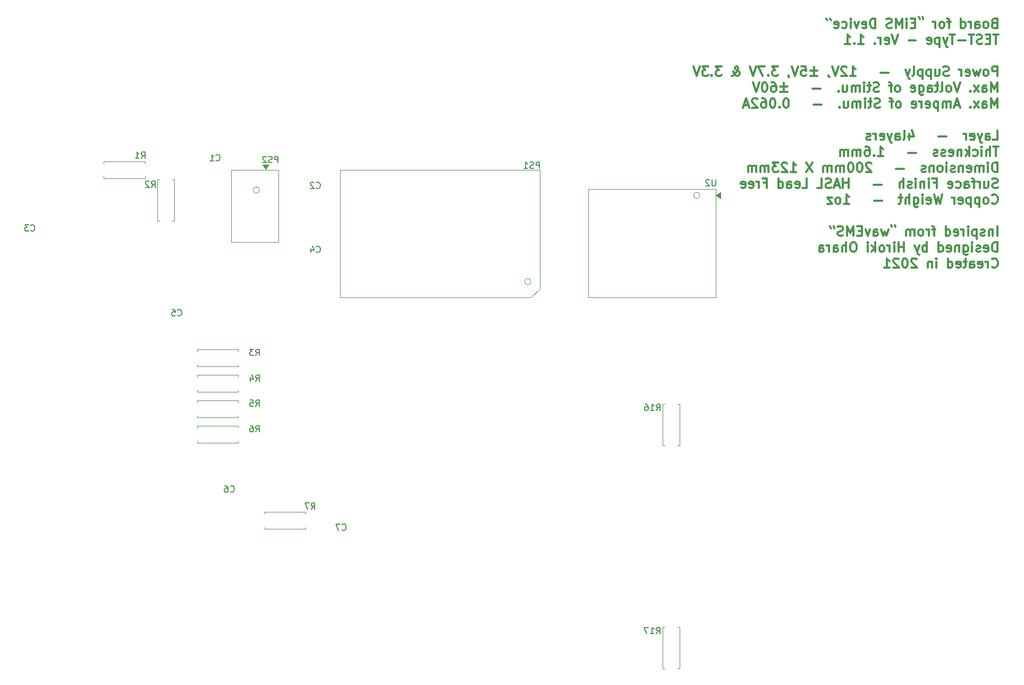
<source format=gbo>
G04 #@! TF.GenerationSoftware,KiCad,Pcbnew,(5.1.7-0-10_14)*
G04 #@! TF.CreationDate,2021-07-16T13:45:34+09:00*
G04 #@! TF.ProjectId,EiMS,45694d53-2e6b-4696-9361-645f70636258,1.0*
G04 #@! TF.SameCoordinates,Original*
G04 #@! TF.FileFunction,Legend,Bot*
G04 #@! TF.FilePolarity,Positive*
%FSLAX46Y46*%
G04 Gerber Fmt 4.6, Leading zero omitted, Abs format (unit mm)*
G04 Created by KiCad (PCBNEW (5.1.7-0-10_14)) date 2021-07-16 13:45:34*
%MOMM*%
%LPD*%
G01*
G04 APERTURE LIST*
%ADD10C,0.300000*%
%ADD11C,0.120000*%
%ADD12C,0.100000*%
%ADD13C,0.150000*%
G04 APERTURE END LIST*
D10*
X216947857Y-38767857D02*
X216733571Y-38839285D01*
X216662142Y-38910714D01*
X216590714Y-39053571D01*
X216590714Y-39267857D01*
X216662142Y-39410714D01*
X216733571Y-39482142D01*
X216876428Y-39553571D01*
X217447857Y-39553571D01*
X217447857Y-38053571D01*
X216947857Y-38053571D01*
X216805000Y-38125000D01*
X216733571Y-38196428D01*
X216662142Y-38339285D01*
X216662142Y-38482142D01*
X216733571Y-38625000D01*
X216805000Y-38696428D01*
X216947857Y-38767857D01*
X217447857Y-38767857D01*
X215733571Y-39553571D02*
X215876428Y-39482142D01*
X215947857Y-39410714D01*
X216019285Y-39267857D01*
X216019285Y-38839285D01*
X215947857Y-38696428D01*
X215876428Y-38625000D01*
X215733571Y-38553571D01*
X215519285Y-38553571D01*
X215376428Y-38625000D01*
X215305000Y-38696428D01*
X215233571Y-38839285D01*
X215233571Y-39267857D01*
X215305000Y-39410714D01*
X215376428Y-39482142D01*
X215519285Y-39553571D01*
X215733571Y-39553571D01*
X213947857Y-39553571D02*
X213947857Y-38767857D01*
X214019285Y-38625000D01*
X214162142Y-38553571D01*
X214447857Y-38553571D01*
X214590714Y-38625000D01*
X213947857Y-39482142D02*
X214090714Y-39553571D01*
X214447857Y-39553571D01*
X214590714Y-39482142D01*
X214662142Y-39339285D01*
X214662142Y-39196428D01*
X214590714Y-39053571D01*
X214447857Y-38982142D01*
X214090714Y-38982142D01*
X213947857Y-38910714D01*
X213233571Y-39553571D02*
X213233571Y-38553571D01*
X213233571Y-38839285D02*
X213162142Y-38696428D01*
X213090714Y-38625000D01*
X212947857Y-38553571D01*
X212805000Y-38553571D01*
X211662142Y-39553571D02*
X211662142Y-38053571D01*
X211662142Y-39482142D02*
X211805000Y-39553571D01*
X212090714Y-39553571D01*
X212233571Y-39482142D01*
X212305000Y-39410714D01*
X212376428Y-39267857D01*
X212376428Y-38839285D01*
X212305000Y-38696428D01*
X212233571Y-38625000D01*
X212090714Y-38553571D01*
X211805000Y-38553571D01*
X211662142Y-38625000D01*
X210019285Y-38553571D02*
X209447857Y-38553571D01*
X209805000Y-39553571D02*
X209805000Y-38267857D01*
X209733571Y-38125000D01*
X209590714Y-38053571D01*
X209447857Y-38053571D01*
X208733571Y-39553571D02*
X208876428Y-39482142D01*
X208947857Y-39410714D01*
X209019285Y-39267857D01*
X209019285Y-38839285D01*
X208947857Y-38696428D01*
X208876428Y-38625000D01*
X208733571Y-38553571D01*
X208519285Y-38553571D01*
X208376428Y-38625000D01*
X208305000Y-38696428D01*
X208233571Y-38839285D01*
X208233571Y-39267857D01*
X208305000Y-39410714D01*
X208376428Y-39482142D01*
X208519285Y-39553571D01*
X208733571Y-39553571D01*
X207590714Y-39553571D02*
X207590714Y-38553571D01*
X207590714Y-38839285D02*
X207519285Y-38696428D01*
X207447857Y-38625000D01*
X207305000Y-38553571D01*
X207162142Y-38553571D01*
X205090714Y-38125000D02*
X205090714Y-38053571D01*
X205019285Y-37910714D01*
X204947857Y-37839285D01*
X205662142Y-38125000D02*
X205662142Y-38053571D01*
X205590714Y-37910714D01*
X205519285Y-37839285D01*
X204376428Y-38767857D02*
X203876428Y-38767857D01*
X203662142Y-39553571D02*
X204376428Y-39553571D01*
X204376428Y-38053571D01*
X203662142Y-38053571D01*
X203019285Y-39553571D02*
X203019285Y-38553571D01*
X203019285Y-38053571D02*
X203090714Y-38125000D01*
X203019285Y-38196428D01*
X202947857Y-38125000D01*
X203019285Y-38053571D01*
X203019285Y-38196428D01*
X202305000Y-39553571D02*
X202305000Y-38053571D01*
X201805000Y-39125000D01*
X201305000Y-38053571D01*
X201305000Y-39553571D01*
X200662142Y-39482142D02*
X200447857Y-39553571D01*
X200090714Y-39553571D01*
X199947857Y-39482142D01*
X199876428Y-39410714D01*
X199805000Y-39267857D01*
X199805000Y-39125000D01*
X199876428Y-38982142D01*
X199947857Y-38910714D01*
X200090714Y-38839285D01*
X200376428Y-38767857D01*
X200519285Y-38696428D01*
X200590714Y-38625000D01*
X200662142Y-38482142D01*
X200662142Y-38339285D01*
X200590714Y-38196428D01*
X200519285Y-38125000D01*
X200376428Y-38053571D01*
X200019285Y-38053571D01*
X199805000Y-38125000D01*
X198019285Y-39553571D02*
X198019285Y-38053571D01*
X197662142Y-38053571D01*
X197447857Y-38125000D01*
X197305000Y-38267857D01*
X197233571Y-38410714D01*
X197162142Y-38696428D01*
X197162142Y-38910714D01*
X197233571Y-39196428D01*
X197305000Y-39339285D01*
X197447857Y-39482142D01*
X197662142Y-39553571D01*
X198019285Y-39553571D01*
X195947857Y-39482142D02*
X196090714Y-39553571D01*
X196376428Y-39553571D01*
X196519285Y-39482142D01*
X196590714Y-39339285D01*
X196590714Y-38767857D01*
X196519285Y-38625000D01*
X196376428Y-38553571D01*
X196090714Y-38553571D01*
X195947857Y-38625000D01*
X195876428Y-38767857D01*
X195876428Y-38910714D01*
X196590714Y-39053571D01*
X195376428Y-38553571D02*
X195019285Y-39553571D01*
X194662142Y-38553571D01*
X194090714Y-39553571D02*
X194090714Y-38553571D01*
X194090714Y-38053571D02*
X194162142Y-38125000D01*
X194090714Y-38196428D01*
X194019285Y-38125000D01*
X194090714Y-38053571D01*
X194090714Y-38196428D01*
X192733571Y-39482142D02*
X192876428Y-39553571D01*
X193162142Y-39553571D01*
X193305000Y-39482142D01*
X193376428Y-39410714D01*
X193447857Y-39267857D01*
X193447857Y-38839285D01*
X193376428Y-38696428D01*
X193305000Y-38625000D01*
X193162142Y-38553571D01*
X192876428Y-38553571D01*
X192733571Y-38625000D01*
X191519285Y-39482142D02*
X191662142Y-39553571D01*
X191947857Y-39553571D01*
X192090714Y-39482142D01*
X192162142Y-39339285D01*
X192162142Y-38767857D01*
X192090714Y-38625000D01*
X191947857Y-38553571D01*
X191662142Y-38553571D01*
X191519285Y-38625000D01*
X191447857Y-38767857D01*
X191447857Y-38910714D01*
X192162142Y-39053571D01*
X190805000Y-38053571D02*
X190805000Y-38125000D01*
X190876428Y-38267857D01*
X190947857Y-38339285D01*
X190233571Y-38053571D02*
X190233571Y-38125000D01*
X190305000Y-38267857D01*
X190376428Y-38339285D01*
X217662142Y-40603571D02*
X216805000Y-40603571D01*
X217233571Y-42103571D02*
X217233571Y-40603571D01*
X216305000Y-41317857D02*
X215805000Y-41317857D01*
X215590714Y-42103571D02*
X216305000Y-42103571D01*
X216305000Y-40603571D01*
X215590714Y-40603571D01*
X215019285Y-42032142D02*
X214805000Y-42103571D01*
X214447857Y-42103571D01*
X214305000Y-42032142D01*
X214233571Y-41960714D01*
X214162142Y-41817857D01*
X214162142Y-41675000D01*
X214233571Y-41532142D01*
X214305000Y-41460714D01*
X214447857Y-41389285D01*
X214733571Y-41317857D01*
X214876428Y-41246428D01*
X214947857Y-41175000D01*
X215019285Y-41032142D01*
X215019285Y-40889285D01*
X214947857Y-40746428D01*
X214876428Y-40675000D01*
X214733571Y-40603571D01*
X214376428Y-40603571D01*
X214162142Y-40675000D01*
X213733571Y-40603571D02*
X212876428Y-40603571D01*
X213305000Y-42103571D02*
X213305000Y-40603571D01*
X212376428Y-41532142D02*
X211233571Y-41532142D01*
X210733571Y-40603571D02*
X209876428Y-40603571D01*
X210305000Y-42103571D02*
X210305000Y-40603571D01*
X209519285Y-41103571D02*
X209162142Y-42103571D01*
X208805000Y-41103571D02*
X209162142Y-42103571D01*
X209305000Y-42460714D01*
X209376428Y-42532142D01*
X209519285Y-42603571D01*
X208233571Y-41103571D02*
X208233571Y-42603571D01*
X208233571Y-41175000D02*
X208090714Y-41103571D01*
X207805000Y-41103571D01*
X207662142Y-41175000D01*
X207590714Y-41246428D01*
X207519285Y-41389285D01*
X207519285Y-41817857D01*
X207590714Y-41960714D01*
X207662142Y-42032142D01*
X207805000Y-42103571D01*
X208090714Y-42103571D01*
X208233571Y-42032142D01*
X206305000Y-42032142D02*
X206447857Y-42103571D01*
X206733571Y-42103571D01*
X206876428Y-42032142D01*
X206947857Y-41889285D01*
X206947857Y-41317857D01*
X206876428Y-41175000D01*
X206733571Y-41103571D01*
X206447857Y-41103571D01*
X206305000Y-41175000D01*
X206233571Y-41317857D01*
X206233571Y-41460714D01*
X206947857Y-41603571D01*
X204447857Y-41532142D02*
X203305000Y-41532142D01*
X201662142Y-40603571D02*
X201162142Y-42103571D01*
X200662142Y-40603571D01*
X199590714Y-42032142D02*
X199733571Y-42103571D01*
X200019285Y-42103571D01*
X200162142Y-42032142D01*
X200233571Y-41889285D01*
X200233571Y-41317857D01*
X200162142Y-41175000D01*
X200019285Y-41103571D01*
X199733571Y-41103571D01*
X199590714Y-41175000D01*
X199519285Y-41317857D01*
X199519285Y-41460714D01*
X200233571Y-41603571D01*
X198876428Y-42103571D02*
X198876428Y-41103571D01*
X198876428Y-41389285D02*
X198805000Y-41246428D01*
X198733571Y-41175000D01*
X198590714Y-41103571D01*
X198447857Y-41103571D01*
X197947857Y-41960714D02*
X197876428Y-42032142D01*
X197947857Y-42103571D01*
X198019285Y-42032142D01*
X197947857Y-41960714D01*
X197947857Y-42103571D01*
X195305000Y-42103571D02*
X196162142Y-42103571D01*
X195733571Y-42103571D02*
X195733571Y-40603571D01*
X195876428Y-40817857D01*
X196019285Y-40960714D01*
X196162142Y-41032142D01*
X194662142Y-41960714D02*
X194590714Y-42032142D01*
X194662142Y-42103571D01*
X194733571Y-42032142D01*
X194662142Y-41960714D01*
X194662142Y-42103571D01*
X193162142Y-42103571D02*
X194019285Y-42103571D01*
X193590714Y-42103571D02*
X193590714Y-40603571D01*
X193733571Y-40817857D01*
X193876428Y-40960714D01*
X194019285Y-41032142D01*
X217447857Y-47203571D02*
X217447857Y-45703571D01*
X216876428Y-45703571D01*
X216733571Y-45775000D01*
X216662142Y-45846428D01*
X216590714Y-45989285D01*
X216590714Y-46203571D01*
X216662142Y-46346428D01*
X216733571Y-46417857D01*
X216876428Y-46489285D01*
X217447857Y-46489285D01*
X215733571Y-47203571D02*
X215876428Y-47132142D01*
X215947857Y-47060714D01*
X216019285Y-46917857D01*
X216019285Y-46489285D01*
X215947857Y-46346428D01*
X215876428Y-46275000D01*
X215733571Y-46203571D01*
X215519285Y-46203571D01*
X215376428Y-46275000D01*
X215305000Y-46346428D01*
X215233571Y-46489285D01*
X215233571Y-46917857D01*
X215305000Y-47060714D01*
X215376428Y-47132142D01*
X215519285Y-47203571D01*
X215733571Y-47203571D01*
X214733571Y-46203571D02*
X214447857Y-47203571D01*
X214162142Y-46489285D01*
X213876428Y-47203571D01*
X213590714Y-46203571D01*
X212447857Y-47132142D02*
X212590714Y-47203571D01*
X212876428Y-47203571D01*
X213019285Y-47132142D01*
X213090714Y-46989285D01*
X213090714Y-46417857D01*
X213019285Y-46275000D01*
X212876428Y-46203571D01*
X212590714Y-46203571D01*
X212447857Y-46275000D01*
X212376428Y-46417857D01*
X212376428Y-46560714D01*
X213090714Y-46703571D01*
X211733571Y-47203571D02*
X211733571Y-46203571D01*
X211733571Y-46489285D02*
X211662142Y-46346428D01*
X211590714Y-46275000D01*
X211447857Y-46203571D01*
X211305000Y-46203571D01*
X209733571Y-47132142D02*
X209519285Y-47203571D01*
X209162142Y-47203571D01*
X209019285Y-47132142D01*
X208947857Y-47060714D01*
X208876428Y-46917857D01*
X208876428Y-46775000D01*
X208947857Y-46632142D01*
X209019285Y-46560714D01*
X209162142Y-46489285D01*
X209447857Y-46417857D01*
X209590714Y-46346428D01*
X209662142Y-46275000D01*
X209733571Y-46132142D01*
X209733571Y-45989285D01*
X209662142Y-45846428D01*
X209590714Y-45775000D01*
X209447857Y-45703571D01*
X209090714Y-45703571D01*
X208876428Y-45775000D01*
X207590714Y-46203571D02*
X207590714Y-47203571D01*
X208233571Y-46203571D02*
X208233571Y-46989285D01*
X208162142Y-47132142D01*
X208019285Y-47203571D01*
X207805000Y-47203571D01*
X207662142Y-47132142D01*
X207590714Y-47060714D01*
X206876428Y-46203571D02*
X206876428Y-47703571D01*
X206876428Y-46275000D02*
X206733571Y-46203571D01*
X206447857Y-46203571D01*
X206305000Y-46275000D01*
X206233571Y-46346428D01*
X206162142Y-46489285D01*
X206162142Y-46917857D01*
X206233571Y-47060714D01*
X206305000Y-47132142D01*
X206447857Y-47203571D01*
X206733571Y-47203571D01*
X206876428Y-47132142D01*
X205519285Y-46203571D02*
X205519285Y-47703571D01*
X205519285Y-46275000D02*
X205376428Y-46203571D01*
X205090714Y-46203571D01*
X204947857Y-46275000D01*
X204876428Y-46346428D01*
X204805000Y-46489285D01*
X204805000Y-46917857D01*
X204876428Y-47060714D01*
X204947857Y-47132142D01*
X205090714Y-47203571D01*
X205376428Y-47203571D01*
X205519285Y-47132142D01*
X203947857Y-47203571D02*
X204090714Y-47132142D01*
X204162142Y-46989285D01*
X204162142Y-45703571D01*
X203519285Y-46203571D02*
X203162142Y-47203571D01*
X202805000Y-46203571D02*
X203162142Y-47203571D01*
X203305000Y-47560714D01*
X203376428Y-47632142D01*
X203519285Y-47703571D01*
X200090714Y-46703571D02*
X198805000Y-46703571D01*
X194019285Y-47203571D02*
X194876428Y-47203571D01*
X194447857Y-47203571D02*
X194447857Y-45703571D01*
X194590714Y-45917857D01*
X194733571Y-46060714D01*
X194876428Y-46132142D01*
X193447857Y-45846428D02*
X193376428Y-45775000D01*
X193233571Y-45703571D01*
X192876428Y-45703571D01*
X192733571Y-45775000D01*
X192662142Y-45846428D01*
X192590714Y-45989285D01*
X192590714Y-46132142D01*
X192662142Y-46346428D01*
X193519285Y-47203571D01*
X192590714Y-47203571D01*
X192162142Y-45703571D02*
X191662142Y-47203571D01*
X191162142Y-45703571D01*
X190590714Y-47132142D02*
X190590714Y-47203571D01*
X190662142Y-47346428D01*
X190733571Y-47417857D01*
X188805000Y-46346428D02*
X187662142Y-46346428D01*
X188233571Y-46917857D02*
X188233571Y-45775000D01*
X187662142Y-47203571D02*
X188805000Y-47203571D01*
X186233571Y-45703571D02*
X186947857Y-45703571D01*
X187019285Y-46417857D01*
X186947857Y-46346428D01*
X186805000Y-46275000D01*
X186447857Y-46275000D01*
X186305000Y-46346428D01*
X186233571Y-46417857D01*
X186162142Y-46560714D01*
X186162142Y-46917857D01*
X186233571Y-47060714D01*
X186305000Y-47132142D01*
X186447857Y-47203571D01*
X186805000Y-47203571D01*
X186947857Y-47132142D01*
X187019285Y-47060714D01*
X185733571Y-45703571D02*
X185233571Y-47203571D01*
X184733571Y-45703571D01*
X184162142Y-47132142D02*
X184162142Y-47203571D01*
X184233571Y-47346428D01*
X184305000Y-47417857D01*
X182519285Y-45703571D02*
X181590714Y-45703571D01*
X182090714Y-46275000D01*
X181876428Y-46275000D01*
X181733571Y-46346428D01*
X181662142Y-46417857D01*
X181590714Y-46560714D01*
X181590714Y-46917857D01*
X181662142Y-47060714D01*
X181733571Y-47132142D01*
X181876428Y-47203571D01*
X182305000Y-47203571D01*
X182447857Y-47132142D01*
X182519285Y-47060714D01*
X180947857Y-47060714D02*
X180876428Y-47132142D01*
X180947857Y-47203571D01*
X181019285Y-47132142D01*
X180947857Y-47060714D01*
X180947857Y-47203571D01*
X180376428Y-45703571D02*
X179376428Y-45703571D01*
X180019285Y-47203571D01*
X179019285Y-45703571D02*
X178519285Y-47203571D01*
X178019285Y-45703571D01*
X175162142Y-47203571D02*
X175233571Y-47203571D01*
X175376428Y-47132142D01*
X175590714Y-46917857D01*
X175947857Y-46489285D01*
X176090714Y-46275000D01*
X176162142Y-46060714D01*
X176162142Y-45917857D01*
X176090714Y-45775000D01*
X175947857Y-45703571D01*
X175876428Y-45703571D01*
X175733571Y-45775000D01*
X175662142Y-45917857D01*
X175662142Y-45989285D01*
X175733571Y-46132142D01*
X175805000Y-46203571D01*
X176233571Y-46489285D01*
X176305000Y-46560714D01*
X176376428Y-46703571D01*
X176376428Y-46917857D01*
X176305000Y-47060714D01*
X176233571Y-47132142D01*
X176090714Y-47203571D01*
X175876428Y-47203571D01*
X175733571Y-47132142D01*
X175662142Y-47060714D01*
X175447857Y-46775000D01*
X175376428Y-46560714D01*
X175376428Y-46417857D01*
X173519285Y-45703571D02*
X172590714Y-45703571D01*
X173090714Y-46275000D01*
X172876428Y-46275000D01*
X172733571Y-46346428D01*
X172662142Y-46417857D01*
X172590714Y-46560714D01*
X172590714Y-46917857D01*
X172662142Y-47060714D01*
X172733571Y-47132142D01*
X172876428Y-47203571D01*
X173305000Y-47203571D01*
X173447857Y-47132142D01*
X173519285Y-47060714D01*
X171947857Y-47060714D02*
X171876428Y-47132142D01*
X171947857Y-47203571D01*
X172019285Y-47132142D01*
X171947857Y-47060714D01*
X171947857Y-47203571D01*
X171376428Y-45703571D02*
X170447857Y-45703571D01*
X170947857Y-46275000D01*
X170733571Y-46275000D01*
X170590714Y-46346428D01*
X170519285Y-46417857D01*
X170447857Y-46560714D01*
X170447857Y-46917857D01*
X170519285Y-47060714D01*
X170590714Y-47132142D01*
X170733571Y-47203571D01*
X171162142Y-47203571D01*
X171305000Y-47132142D01*
X171376428Y-47060714D01*
X170019285Y-45703571D02*
X169519285Y-47203571D01*
X169019285Y-45703571D01*
X217447857Y-49753571D02*
X217447857Y-48253571D01*
X216947857Y-49325000D01*
X216447857Y-48253571D01*
X216447857Y-49753571D01*
X215090714Y-49753571D02*
X215090714Y-48967857D01*
X215162142Y-48825000D01*
X215305000Y-48753571D01*
X215590714Y-48753571D01*
X215733571Y-48825000D01*
X215090714Y-49682142D02*
X215233571Y-49753571D01*
X215590714Y-49753571D01*
X215733571Y-49682142D01*
X215805000Y-49539285D01*
X215805000Y-49396428D01*
X215733571Y-49253571D01*
X215590714Y-49182142D01*
X215233571Y-49182142D01*
X215090714Y-49110714D01*
X214519285Y-49753571D02*
X213733571Y-48753571D01*
X214519285Y-48753571D02*
X213733571Y-49753571D01*
X213162142Y-49610714D02*
X213090714Y-49682142D01*
X213162142Y-49753571D01*
X213233571Y-49682142D01*
X213162142Y-49610714D01*
X213162142Y-49753571D01*
X211519285Y-48253571D02*
X211019285Y-49753571D01*
X210519285Y-48253571D01*
X209805000Y-49753571D02*
X209947857Y-49682142D01*
X210019285Y-49610714D01*
X210090714Y-49467857D01*
X210090714Y-49039285D01*
X210019285Y-48896428D01*
X209947857Y-48825000D01*
X209805000Y-48753571D01*
X209590714Y-48753571D01*
X209447857Y-48825000D01*
X209376428Y-48896428D01*
X209305000Y-49039285D01*
X209305000Y-49467857D01*
X209376428Y-49610714D01*
X209447857Y-49682142D01*
X209590714Y-49753571D01*
X209805000Y-49753571D01*
X208447857Y-49753571D02*
X208590714Y-49682142D01*
X208662142Y-49539285D01*
X208662142Y-48253571D01*
X208090714Y-48753571D02*
X207519285Y-48753571D01*
X207876428Y-48253571D02*
X207876428Y-49539285D01*
X207804999Y-49682142D01*
X207662142Y-49753571D01*
X207519285Y-49753571D01*
X206376428Y-49753571D02*
X206376428Y-48967857D01*
X206447857Y-48825000D01*
X206590714Y-48753571D01*
X206876428Y-48753571D01*
X207019285Y-48825000D01*
X206376428Y-49682142D02*
X206519285Y-49753571D01*
X206876428Y-49753571D01*
X207019285Y-49682142D01*
X207090714Y-49539285D01*
X207090714Y-49396428D01*
X207019285Y-49253571D01*
X206876428Y-49182142D01*
X206519285Y-49182142D01*
X206376428Y-49110714D01*
X205019285Y-48753571D02*
X205019285Y-49967857D01*
X205090714Y-50110714D01*
X205162142Y-50182142D01*
X205304999Y-50253571D01*
X205519285Y-50253571D01*
X205662142Y-50182142D01*
X205019285Y-49682142D02*
X205162142Y-49753571D01*
X205447857Y-49753571D01*
X205590714Y-49682142D01*
X205662142Y-49610714D01*
X205733571Y-49467857D01*
X205733571Y-49039285D01*
X205662142Y-48896428D01*
X205590714Y-48825000D01*
X205447857Y-48753571D01*
X205162142Y-48753571D01*
X205019285Y-48825000D01*
X203733571Y-49682142D02*
X203876428Y-49753571D01*
X204162142Y-49753571D01*
X204304999Y-49682142D01*
X204376428Y-49539285D01*
X204376428Y-48967857D01*
X204304999Y-48825000D01*
X204162142Y-48753571D01*
X203876428Y-48753571D01*
X203733571Y-48825000D01*
X203662142Y-48967857D01*
X203662142Y-49110714D01*
X204376428Y-49253571D01*
X201662142Y-49753571D02*
X201804999Y-49682142D01*
X201876428Y-49610714D01*
X201947857Y-49467857D01*
X201947857Y-49039285D01*
X201876428Y-48896428D01*
X201804999Y-48825000D01*
X201662142Y-48753571D01*
X201447857Y-48753571D01*
X201304999Y-48825000D01*
X201233571Y-48896428D01*
X201162142Y-49039285D01*
X201162142Y-49467857D01*
X201233571Y-49610714D01*
X201304999Y-49682142D01*
X201447857Y-49753571D01*
X201662142Y-49753571D01*
X200733571Y-48753571D02*
X200162142Y-48753571D01*
X200519285Y-49753571D02*
X200519285Y-48467857D01*
X200447857Y-48325000D01*
X200304999Y-48253571D01*
X200162142Y-48253571D01*
X198590714Y-49682142D02*
X198376428Y-49753571D01*
X198019285Y-49753571D01*
X197876428Y-49682142D01*
X197804999Y-49610714D01*
X197733571Y-49467857D01*
X197733571Y-49325000D01*
X197804999Y-49182142D01*
X197876428Y-49110714D01*
X198019285Y-49039285D01*
X198304999Y-48967857D01*
X198447857Y-48896428D01*
X198519285Y-48825000D01*
X198590714Y-48682142D01*
X198590714Y-48539285D01*
X198519285Y-48396428D01*
X198447857Y-48325000D01*
X198304999Y-48253571D01*
X197947857Y-48253571D01*
X197733571Y-48325000D01*
X197304999Y-48753571D02*
X196733571Y-48753571D01*
X197090714Y-48253571D02*
X197090714Y-49539285D01*
X197019285Y-49682142D01*
X196876428Y-49753571D01*
X196733571Y-49753571D01*
X196233571Y-49753571D02*
X196233571Y-48753571D01*
X196233571Y-48253571D02*
X196304999Y-48325000D01*
X196233571Y-48396428D01*
X196162142Y-48325000D01*
X196233571Y-48253571D01*
X196233571Y-48396428D01*
X195519285Y-49753571D02*
X195519285Y-48753571D01*
X195519285Y-48896428D02*
X195447857Y-48825000D01*
X195304999Y-48753571D01*
X195090714Y-48753571D01*
X194947857Y-48825000D01*
X194876428Y-48967857D01*
X194876428Y-49753571D01*
X194876428Y-48967857D02*
X194804999Y-48825000D01*
X194662142Y-48753571D01*
X194447857Y-48753571D01*
X194304999Y-48825000D01*
X194233571Y-48967857D01*
X194233571Y-49753571D01*
X192876428Y-48753571D02*
X192876428Y-49753571D01*
X193519285Y-48753571D02*
X193519285Y-49539285D01*
X193447857Y-49682142D01*
X193304999Y-49753571D01*
X193090714Y-49753571D01*
X192947857Y-49682142D01*
X192876428Y-49610714D01*
X192162142Y-49610714D02*
X192090714Y-49682142D01*
X192162142Y-49753571D01*
X192233571Y-49682142D01*
X192162142Y-49610714D01*
X192162142Y-49753571D01*
X189304999Y-49253571D02*
X188019285Y-49253571D01*
X184019285Y-48896428D02*
X182876428Y-48896428D01*
X183447857Y-49467857D02*
X183447857Y-48325000D01*
X182876428Y-49753571D02*
X184019285Y-49753571D01*
X181519285Y-48253571D02*
X181804999Y-48253571D01*
X181947857Y-48325000D01*
X182019285Y-48396428D01*
X182162142Y-48610714D01*
X182233571Y-48896428D01*
X182233571Y-49467857D01*
X182162142Y-49610714D01*
X182090714Y-49682142D01*
X181947857Y-49753571D01*
X181662142Y-49753571D01*
X181519285Y-49682142D01*
X181447857Y-49610714D01*
X181376428Y-49467857D01*
X181376428Y-49110714D01*
X181447857Y-48967857D01*
X181519285Y-48896428D01*
X181662142Y-48825000D01*
X181947857Y-48825000D01*
X182090714Y-48896428D01*
X182162142Y-48967857D01*
X182233571Y-49110714D01*
X180447857Y-48253571D02*
X180304999Y-48253571D01*
X180162142Y-48325000D01*
X180090714Y-48396428D01*
X180019285Y-48539285D01*
X179947857Y-48825000D01*
X179947857Y-49182142D01*
X180019285Y-49467857D01*
X180090714Y-49610714D01*
X180162142Y-49682142D01*
X180304999Y-49753571D01*
X180447857Y-49753571D01*
X180590714Y-49682142D01*
X180662142Y-49610714D01*
X180733571Y-49467857D01*
X180804999Y-49182142D01*
X180804999Y-48825000D01*
X180733571Y-48539285D01*
X180662142Y-48396428D01*
X180590714Y-48325000D01*
X180447857Y-48253571D01*
X179519285Y-48253571D02*
X179019285Y-49753571D01*
X178519285Y-48253571D01*
X217447857Y-52303571D02*
X217447857Y-50803571D01*
X216947857Y-51875000D01*
X216447857Y-50803571D01*
X216447857Y-52303571D01*
X215090714Y-52303571D02*
X215090714Y-51517857D01*
X215162142Y-51375000D01*
X215305000Y-51303571D01*
X215590714Y-51303571D01*
X215733571Y-51375000D01*
X215090714Y-52232142D02*
X215233571Y-52303571D01*
X215590714Y-52303571D01*
X215733571Y-52232142D01*
X215805000Y-52089285D01*
X215805000Y-51946428D01*
X215733571Y-51803571D01*
X215590714Y-51732142D01*
X215233571Y-51732142D01*
X215090714Y-51660714D01*
X214519285Y-52303571D02*
X213733571Y-51303571D01*
X214519285Y-51303571D02*
X213733571Y-52303571D01*
X213162142Y-52160714D02*
X213090714Y-52232142D01*
X213162142Y-52303571D01*
X213233571Y-52232142D01*
X213162142Y-52160714D01*
X213162142Y-52303571D01*
X211376428Y-51875000D02*
X210662142Y-51875000D01*
X211519285Y-52303571D02*
X211019285Y-50803571D01*
X210519285Y-52303571D01*
X210019285Y-52303571D02*
X210019285Y-51303571D01*
X210019285Y-51446428D02*
X209947857Y-51375000D01*
X209805000Y-51303571D01*
X209590714Y-51303571D01*
X209447857Y-51375000D01*
X209376428Y-51517857D01*
X209376428Y-52303571D01*
X209376428Y-51517857D02*
X209305000Y-51375000D01*
X209162142Y-51303571D01*
X208947857Y-51303571D01*
X208805000Y-51375000D01*
X208733571Y-51517857D01*
X208733571Y-52303571D01*
X208019285Y-51303571D02*
X208019285Y-52803571D01*
X208019285Y-51375000D02*
X207876428Y-51303571D01*
X207590714Y-51303571D01*
X207447857Y-51375000D01*
X207376428Y-51446428D01*
X207305000Y-51589285D01*
X207305000Y-52017857D01*
X207376428Y-52160714D01*
X207447857Y-52232142D01*
X207590714Y-52303571D01*
X207876428Y-52303571D01*
X208019285Y-52232142D01*
X206090714Y-52232142D02*
X206233571Y-52303571D01*
X206519285Y-52303571D01*
X206662142Y-52232142D01*
X206733571Y-52089285D01*
X206733571Y-51517857D01*
X206662142Y-51375000D01*
X206519285Y-51303571D01*
X206233571Y-51303571D01*
X206090714Y-51375000D01*
X206019285Y-51517857D01*
X206019285Y-51660714D01*
X206733571Y-51803571D01*
X205376428Y-52303571D02*
X205376428Y-51303571D01*
X205376428Y-51589285D02*
X205305000Y-51446428D01*
X205233571Y-51375000D01*
X205090714Y-51303571D01*
X204947857Y-51303571D01*
X203876428Y-52232142D02*
X204019285Y-52303571D01*
X204305000Y-52303571D01*
X204447857Y-52232142D01*
X204519285Y-52089285D01*
X204519285Y-51517857D01*
X204447857Y-51375000D01*
X204305000Y-51303571D01*
X204019285Y-51303571D01*
X203876428Y-51375000D01*
X203805000Y-51517857D01*
X203805000Y-51660714D01*
X204519285Y-51803571D01*
X201805000Y-52303571D02*
X201947857Y-52232142D01*
X202019285Y-52160714D01*
X202090714Y-52017857D01*
X202090714Y-51589285D01*
X202019285Y-51446428D01*
X201947857Y-51375000D01*
X201805000Y-51303571D01*
X201590714Y-51303571D01*
X201447857Y-51375000D01*
X201376428Y-51446428D01*
X201305000Y-51589285D01*
X201305000Y-52017857D01*
X201376428Y-52160714D01*
X201447857Y-52232142D01*
X201590714Y-52303571D01*
X201805000Y-52303571D01*
X200876428Y-51303571D02*
X200305000Y-51303571D01*
X200662142Y-52303571D02*
X200662142Y-51017857D01*
X200590714Y-50875000D01*
X200447857Y-50803571D01*
X200305000Y-50803571D01*
X198733571Y-52232142D02*
X198519285Y-52303571D01*
X198162142Y-52303571D01*
X198019285Y-52232142D01*
X197947857Y-52160714D01*
X197876428Y-52017857D01*
X197876428Y-51875000D01*
X197947857Y-51732142D01*
X198019285Y-51660714D01*
X198162142Y-51589285D01*
X198447857Y-51517857D01*
X198590714Y-51446428D01*
X198662142Y-51375000D01*
X198733571Y-51232142D01*
X198733571Y-51089285D01*
X198662142Y-50946428D01*
X198590714Y-50875000D01*
X198447857Y-50803571D01*
X198090714Y-50803571D01*
X197876428Y-50875000D01*
X197447857Y-51303571D02*
X196876428Y-51303571D01*
X197233571Y-50803571D02*
X197233571Y-52089285D01*
X197162142Y-52232142D01*
X197019285Y-52303571D01*
X196876428Y-52303571D01*
X196376428Y-52303571D02*
X196376428Y-51303571D01*
X196376428Y-50803571D02*
X196447857Y-50875000D01*
X196376428Y-50946428D01*
X196305000Y-50875000D01*
X196376428Y-50803571D01*
X196376428Y-50946428D01*
X195662142Y-52303571D02*
X195662142Y-51303571D01*
X195662142Y-51446428D02*
X195590714Y-51375000D01*
X195447857Y-51303571D01*
X195233571Y-51303571D01*
X195090714Y-51375000D01*
X195019285Y-51517857D01*
X195019285Y-52303571D01*
X195019285Y-51517857D02*
X194947857Y-51375000D01*
X194805000Y-51303571D01*
X194590714Y-51303571D01*
X194447857Y-51375000D01*
X194376428Y-51517857D01*
X194376428Y-52303571D01*
X193019285Y-51303571D02*
X193019285Y-52303571D01*
X193662142Y-51303571D02*
X193662142Y-52089285D01*
X193590714Y-52232142D01*
X193447857Y-52303571D01*
X193233571Y-52303571D01*
X193090714Y-52232142D01*
X193019285Y-52160714D01*
X192305000Y-52160714D02*
X192233571Y-52232142D01*
X192305000Y-52303571D01*
X192376428Y-52232142D01*
X192305000Y-52160714D01*
X192305000Y-52303571D01*
X189447857Y-51803571D02*
X188162142Y-51803571D01*
X183876428Y-50803571D02*
X183733571Y-50803571D01*
X183590714Y-50875000D01*
X183519285Y-50946428D01*
X183447857Y-51089285D01*
X183376428Y-51375000D01*
X183376428Y-51732142D01*
X183447857Y-52017857D01*
X183519285Y-52160714D01*
X183590714Y-52232142D01*
X183733571Y-52303571D01*
X183876428Y-52303571D01*
X184019285Y-52232142D01*
X184090714Y-52160714D01*
X184162142Y-52017857D01*
X184233571Y-51732142D01*
X184233571Y-51375000D01*
X184162142Y-51089285D01*
X184090714Y-50946428D01*
X184019285Y-50875000D01*
X183876428Y-50803571D01*
X182733571Y-52160714D02*
X182662142Y-52232142D01*
X182733571Y-52303571D01*
X182805000Y-52232142D01*
X182733571Y-52160714D01*
X182733571Y-52303571D01*
X181733571Y-50803571D02*
X181590714Y-50803571D01*
X181447857Y-50875000D01*
X181376428Y-50946428D01*
X181305000Y-51089285D01*
X181233571Y-51375000D01*
X181233571Y-51732142D01*
X181305000Y-52017857D01*
X181376428Y-52160714D01*
X181447857Y-52232142D01*
X181590714Y-52303571D01*
X181733571Y-52303571D01*
X181876428Y-52232142D01*
X181947857Y-52160714D01*
X182019285Y-52017857D01*
X182090714Y-51732142D01*
X182090714Y-51375000D01*
X182019285Y-51089285D01*
X181947857Y-50946428D01*
X181876428Y-50875000D01*
X181733571Y-50803571D01*
X179947857Y-50803571D02*
X180233571Y-50803571D01*
X180376428Y-50875000D01*
X180447857Y-50946428D01*
X180590714Y-51160714D01*
X180662142Y-51446428D01*
X180662142Y-52017857D01*
X180590714Y-52160714D01*
X180519285Y-52232142D01*
X180376428Y-52303571D01*
X180090714Y-52303571D01*
X179947857Y-52232142D01*
X179876428Y-52160714D01*
X179805000Y-52017857D01*
X179805000Y-51660714D01*
X179876428Y-51517857D01*
X179947857Y-51446428D01*
X180090714Y-51375000D01*
X180376428Y-51375000D01*
X180519285Y-51446428D01*
X180590714Y-51517857D01*
X180662142Y-51660714D01*
X179233571Y-50946428D02*
X179162142Y-50875000D01*
X179019285Y-50803571D01*
X178662142Y-50803571D01*
X178519285Y-50875000D01*
X178447857Y-50946428D01*
X178376428Y-51089285D01*
X178376428Y-51232142D01*
X178447857Y-51446428D01*
X179305000Y-52303571D01*
X178376428Y-52303571D01*
X177805000Y-51875000D02*
X177090714Y-51875000D01*
X177947857Y-52303571D02*
X177447857Y-50803571D01*
X176947857Y-52303571D01*
X216733571Y-57403571D02*
X217447857Y-57403571D01*
X217447857Y-55903571D01*
X215590714Y-57403571D02*
X215590714Y-56617857D01*
X215662142Y-56475000D01*
X215805000Y-56403571D01*
X216090714Y-56403571D01*
X216233571Y-56475000D01*
X215590714Y-57332142D02*
X215733571Y-57403571D01*
X216090714Y-57403571D01*
X216233571Y-57332142D01*
X216305000Y-57189285D01*
X216305000Y-57046428D01*
X216233571Y-56903571D01*
X216090714Y-56832142D01*
X215733571Y-56832142D01*
X215590714Y-56760714D01*
X215019285Y-56403571D02*
X214662142Y-57403571D01*
X214305000Y-56403571D02*
X214662142Y-57403571D01*
X214805000Y-57760714D01*
X214876428Y-57832142D01*
X215019285Y-57903571D01*
X213162142Y-57332142D02*
X213305000Y-57403571D01*
X213590714Y-57403571D01*
X213733571Y-57332142D01*
X213805000Y-57189285D01*
X213805000Y-56617857D01*
X213733571Y-56475000D01*
X213590714Y-56403571D01*
X213305000Y-56403571D01*
X213162142Y-56475000D01*
X213090714Y-56617857D01*
X213090714Y-56760714D01*
X213805000Y-56903571D01*
X212447857Y-57403571D02*
X212447857Y-56403571D01*
X212447857Y-56689285D02*
X212376428Y-56546428D01*
X212305000Y-56475000D01*
X212162142Y-56403571D01*
X212019285Y-56403571D01*
X209376428Y-56903571D02*
X208090714Y-56903571D01*
X203447857Y-56403571D02*
X203447857Y-57403571D01*
X203805000Y-55832142D02*
X204162142Y-56903571D01*
X203233571Y-56903571D01*
X202447857Y-57403571D02*
X202590714Y-57332142D01*
X202662142Y-57189285D01*
X202662142Y-55903571D01*
X201233571Y-57403571D02*
X201233571Y-56617857D01*
X201305000Y-56475000D01*
X201447857Y-56403571D01*
X201733571Y-56403571D01*
X201876428Y-56475000D01*
X201233571Y-57332142D02*
X201376428Y-57403571D01*
X201733571Y-57403571D01*
X201876428Y-57332142D01*
X201947857Y-57189285D01*
X201947857Y-57046428D01*
X201876428Y-56903571D01*
X201733571Y-56832142D01*
X201376428Y-56832142D01*
X201233571Y-56760714D01*
X200662142Y-56403571D02*
X200305000Y-57403571D01*
X199947857Y-56403571D02*
X200305000Y-57403571D01*
X200447857Y-57760714D01*
X200519285Y-57832142D01*
X200662142Y-57903571D01*
X198805000Y-57332142D02*
X198947857Y-57403571D01*
X199233571Y-57403571D01*
X199376428Y-57332142D01*
X199447857Y-57189285D01*
X199447857Y-56617857D01*
X199376428Y-56475000D01*
X199233571Y-56403571D01*
X198947857Y-56403571D01*
X198805000Y-56475000D01*
X198733571Y-56617857D01*
X198733571Y-56760714D01*
X199447857Y-56903571D01*
X198090714Y-57403571D02*
X198090714Y-56403571D01*
X198090714Y-56689285D02*
X198019285Y-56546428D01*
X197947857Y-56475000D01*
X197805000Y-56403571D01*
X197662142Y-56403571D01*
X197233571Y-57332142D02*
X197090714Y-57403571D01*
X196805000Y-57403571D01*
X196662142Y-57332142D01*
X196590714Y-57189285D01*
X196590714Y-57117857D01*
X196662142Y-56975000D01*
X196805000Y-56903571D01*
X197019285Y-56903571D01*
X197162142Y-56832142D01*
X197233571Y-56689285D01*
X197233571Y-56617857D01*
X197162142Y-56475000D01*
X197019285Y-56403571D01*
X196805000Y-56403571D01*
X196662142Y-56475000D01*
X217662142Y-58453571D02*
X216805000Y-58453571D01*
X217233571Y-59953571D02*
X217233571Y-58453571D01*
X216305000Y-59953571D02*
X216305000Y-58453571D01*
X215662142Y-59953571D02*
X215662142Y-59167857D01*
X215733571Y-59025000D01*
X215876428Y-58953571D01*
X216090714Y-58953571D01*
X216233571Y-59025000D01*
X216305000Y-59096428D01*
X214947857Y-59953571D02*
X214947857Y-58953571D01*
X214947857Y-58453571D02*
X215019285Y-58525000D01*
X214947857Y-58596428D01*
X214876428Y-58525000D01*
X214947857Y-58453571D01*
X214947857Y-58596428D01*
X213590714Y-59882142D02*
X213733571Y-59953571D01*
X214019285Y-59953571D01*
X214162142Y-59882142D01*
X214233571Y-59810714D01*
X214305000Y-59667857D01*
X214305000Y-59239285D01*
X214233571Y-59096428D01*
X214162142Y-59025000D01*
X214019285Y-58953571D01*
X213733571Y-58953571D01*
X213590714Y-59025000D01*
X212947857Y-59953571D02*
X212947857Y-58453571D01*
X212805000Y-59382142D02*
X212376428Y-59953571D01*
X212376428Y-58953571D02*
X212947857Y-59525000D01*
X211733571Y-58953571D02*
X211733571Y-59953571D01*
X211733571Y-59096428D02*
X211662142Y-59025000D01*
X211519285Y-58953571D01*
X211305000Y-58953571D01*
X211162142Y-59025000D01*
X211090714Y-59167857D01*
X211090714Y-59953571D01*
X209805000Y-59882142D02*
X209947857Y-59953571D01*
X210233571Y-59953571D01*
X210376428Y-59882142D01*
X210447857Y-59739285D01*
X210447857Y-59167857D01*
X210376428Y-59025000D01*
X210233571Y-58953571D01*
X209947857Y-58953571D01*
X209805000Y-59025000D01*
X209733571Y-59167857D01*
X209733571Y-59310714D01*
X210447857Y-59453571D01*
X209162142Y-59882142D02*
X209019285Y-59953571D01*
X208733571Y-59953571D01*
X208590714Y-59882142D01*
X208519285Y-59739285D01*
X208519285Y-59667857D01*
X208590714Y-59525000D01*
X208733571Y-59453571D01*
X208947857Y-59453571D01*
X209090714Y-59382142D01*
X209162142Y-59239285D01*
X209162142Y-59167857D01*
X209090714Y-59025000D01*
X208947857Y-58953571D01*
X208733571Y-58953571D01*
X208590714Y-59025000D01*
X207947857Y-59882142D02*
X207805000Y-59953571D01*
X207519285Y-59953571D01*
X207376428Y-59882142D01*
X207305000Y-59739285D01*
X207305000Y-59667857D01*
X207376428Y-59525000D01*
X207519285Y-59453571D01*
X207733571Y-59453571D01*
X207876428Y-59382142D01*
X207947857Y-59239285D01*
X207947857Y-59167857D01*
X207876428Y-59025000D01*
X207733571Y-58953571D01*
X207519285Y-58953571D01*
X207376428Y-59025000D01*
X204519285Y-59453571D02*
X203233571Y-59453571D01*
X198447857Y-59953571D02*
X199305000Y-59953571D01*
X198876428Y-59953571D02*
X198876428Y-58453571D01*
X199019285Y-58667857D01*
X199162142Y-58810714D01*
X199305000Y-58882142D01*
X197805000Y-59810714D02*
X197733571Y-59882142D01*
X197805000Y-59953571D01*
X197876428Y-59882142D01*
X197805000Y-59810714D01*
X197805000Y-59953571D01*
X196447857Y-58453571D02*
X196733571Y-58453571D01*
X196876428Y-58525000D01*
X196947857Y-58596428D01*
X197090714Y-58810714D01*
X197162142Y-59096428D01*
X197162142Y-59667857D01*
X197090714Y-59810714D01*
X197019285Y-59882142D01*
X196876428Y-59953571D01*
X196590714Y-59953571D01*
X196447857Y-59882142D01*
X196376428Y-59810714D01*
X196305000Y-59667857D01*
X196305000Y-59310714D01*
X196376428Y-59167857D01*
X196447857Y-59096428D01*
X196590714Y-59025000D01*
X196876428Y-59025000D01*
X197019285Y-59096428D01*
X197090714Y-59167857D01*
X197162142Y-59310714D01*
X195662142Y-59953571D02*
X195662142Y-58953571D01*
X195662142Y-59096428D02*
X195590714Y-59025000D01*
X195447857Y-58953571D01*
X195233571Y-58953571D01*
X195090714Y-59025000D01*
X195019285Y-59167857D01*
X195019285Y-59953571D01*
X195019285Y-59167857D02*
X194947857Y-59025000D01*
X194805000Y-58953571D01*
X194590714Y-58953571D01*
X194447857Y-59025000D01*
X194376428Y-59167857D01*
X194376428Y-59953571D01*
X193662142Y-59953571D02*
X193662142Y-58953571D01*
X193662142Y-59096428D02*
X193590714Y-59025000D01*
X193447857Y-58953571D01*
X193233571Y-58953571D01*
X193090714Y-59025000D01*
X193019285Y-59167857D01*
X193019285Y-59953571D01*
X193019285Y-59167857D02*
X192947857Y-59025000D01*
X192805000Y-58953571D01*
X192590714Y-58953571D01*
X192447857Y-59025000D01*
X192376428Y-59167857D01*
X192376428Y-59953571D01*
X217447857Y-62503571D02*
X217447857Y-61003571D01*
X217090714Y-61003571D01*
X216876428Y-61075000D01*
X216733571Y-61217857D01*
X216662142Y-61360714D01*
X216590714Y-61646428D01*
X216590714Y-61860714D01*
X216662142Y-62146428D01*
X216733571Y-62289285D01*
X216876428Y-62432142D01*
X217090714Y-62503571D01*
X217447857Y-62503571D01*
X215947857Y-62503571D02*
X215947857Y-61503571D01*
X215947857Y-61003571D02*
X216019285Y-61075000D01*
X215947857Y-61146428D01*
X215876428Y-61075000D01*
X215947857Y-61003571D01*
X215947857Y-61146428D01*
X215233571Y-62503571D02*
X215233571Y-61503571D01*
X215233571Y-61646428D02*
X215162142Y-61575000D01*
X215019285Y-61503571D01*
X214805000Y-61503571D01*
X214662142Y-61575000D01*
X214590714Y-61717857D01*
X214590714Y-62503571D01*
X214590714Y-61717857D02*
X214519285Y-61575000D01*
X214376428Y-61503571D01*
X214162142Y-61503571D01*
X214019285Y-61575000D01*
X213947857Y-61717857D01*
X213947857Y-62503571D01*
X212662142Y-62432142D02*
X212805000Y-62503571D01*
X213090714Y-62503571D01*
X213233571Y-62432142D01*
X213305000Y-62289285D01*
X213305000Y-61717857D01*
X213233571Y-61575000D01*
X213090714Y-61503571D01*
X212805000Y-61503571D01*
X212662142Y-61575000D01*
X212590714Y-61717857D01*
X212590714Y-61860714D01*
X213305000Y-62003571D01*
X211947857Y-61503571D02*
X211947857Y-62503571D01*
X211947857Y-61646428D02*
X211876428Y-61575000D01*
X211733571Y-61503571D01*
X211519285Y-61503571D01*
X211376428Y-61575000D01*
X211305000Y-61717857D01*
X211305000Y-62503571D01*
X210662142Y-62432142D02*
X210519285Y-62503571D01*
X210233571Y-62503571D01*
X210090714Y-62432142D01*
X210019285Y-62289285D01*
X210019285Y-62217857D01*
X210090714Y-62075000D01*
X210233571Y-62003571D01*
X210447857Y-62003571D01*
X210590714Y-61932142D01*
X210662142Y-61789285D01*
X210662142Y-61717857D01*
X210590714Y-61575000D01*
X210447857Y-61503571D01*
X210233571Y-61503571D01*
X210090714Y-61575000D01*
X209376428Y-62503571D02*
X209376428Y-61503571D01*
X209376428Y-61003571D02*
X209447857Y-61075000D01*
X209376428Y-61146428D01*
X209305000Y-61075000D01*
X209376428Y-61003571D01*
X209376428Y-61146428D01*
X208447857Y-62503571D02*
X208590714Y-62432142D01*
X208662142Y-62360714D01*
X208733571Y-62217857D01*
X208733571Y-61789285D01*
X208662142Y-61646428D01*
X208590714Y-61575000D01*
X208447857Y-61503571D01*
X208233571Y-61503571D01*
X208090714Y-61575000D01*
X208019285Y-61646428D01*
X207947857Y-61789285D01*
X207947857Y-62217857D01*
X208019285Y-62360714D01*
X208090714Y-62432142D01*
X208233571Y-62503571D01*
X208447857Y-62503571D01*
X207305000Y-61503571D02*
X207305000Y-62503571D01*
X207305000Y-61646428D02*
X207233571Y-61575000D01*
X207090714Y-61503571D01*
X206876428Y-61503571D01*
X206733571Y-61575000D01*
X206662142Y-61717857D01*
X206662142Y-62503571D01*
X206019285Y-62432142D02*
X205876428Y-62503571D01*
X205590714Y-62503571D01*
X205447857Y-62432142D01*
X205376428Y-62289285D01*
X205376428Y-62217857D01*
X205447857Y-62075000D01*
X205590714Y-62003571D01*
X205805000Y-62003571D01*
X205947857Y-61932142D01*
X206019285Y-61789285D01*
X206019285Y-61717857D01*
X205947857Y-61575000D01*
X205805000Y-61503571D01*
X205590714Y-61503571D01*
X205447857Y-61575000D01*
X202590714Y-62003571D02*
X201305000Y-62003571D01*
X197376428Y-61146428D02*
X197305000Y-61075000D01*
X197162142Y-61003571D01*
X196805000Y-61003571D01*
X196662142Y-61075000D01*
X196590714Y-61146428D01*
X196519285Y-61289285D01*
X196519285Y-61432142D01*
X196590714Y-61646428D01*
X197447857Y-62503571D01*
X196519285Y-62503571D01*
X195590714Y-61003571D02*
X195447857Y-61003571D01*
X195305000Y-61075000D01*
X195233571Y-61146428D01*
X195162142Y-61289285D01*
X195090714Y-61575000D01*
X195090714Y-61932142D01*
X195162142Y-62217857D01*
X195233571Y-62360714D01*
X195305000Y-62432142D01*
X195447857Y-62503571D01*
X195590714Y-62503571D01*
X195733571Y-62432142D01*
X195805000Y-62360714D01*
X195876428Y-62217857D01*
X195947857Y-61932142D01*
X195947857Y-61575000D01*
X195876428Y-61289285D01*
X195805000Y-61146428D01*
X195733571Y-61075000D01*
X195590714Y-61003571D01*
X194162142Y-61003571D02*
X194019285Y-61003571D01*
X193876428Y-61075000D01*
X193805000Y-61146428D01*
X193733571Y-61289285D01*
X193662142Y-61575000D01*
X193662142Y-61932142D01*
X193733571Y-62217857D01*
X193805000Y-62360714D01*
X193876428Y-62432142D01*
X194019285Y-62503571D01*
X194162142Y-62503571D01*
X194305000Y-62432142D01*
X194376428Y-62360714D01*
X194447857Y-62217857D01*
X194519285Y-61932142D01*
X194519285Y-61575000D01*
X194447857Y-61289285D01*
X194376428Y-61146428D01*
X194305000Y-61075000D01*
X194162142Y-61003571D01*
X193019285Y-62503571D02*
X193019285Y-61503571D01*
X193019285Y-61646428D02*
X192947857Y-61575000D01*
X192805000Y-61503571D01*
X192590714Y-61503571D01*
X192447857Y-61575000D01*
X192376428Y-61717857D01*
X192376428Y-62503571D01*
X192376428Y-61717857D02*
X192305000Y-61575000D01*
X192162142Y-61503571D01*
X191947857Y-61503571D01*
X191805000Y-61575000D01*
X191733571Y-61717857D01*
X191733571Y-62503571D01*
X191019285Y-62503571D02*
X191019285Y-61503571D01*
X191019285Y-61646428D02*
X190947857Y-61575000D01*
X190805000Y-61503571D01*
X190590714Y-61503571D01*
X190447857Y-61575000D01*
X190376428Y-61717857D01*
X190376428Y-62503571D01*
X190376428Y-61717857D02*
X190305000Y-61575000D01*
X190162142Y-61503571D01*
X189947857Y-61503571D01*
X189805000Y-61575000D01*
X189733571Y-61717857D01*
X189733571Y-62503571D01*
X188019285Y-61003571D02*
X187019285Y-62503571D01*
X187019285Y-61003571D02*
X188019285Y-62503571D01*
X184519285Y-62503571D02*
X185376428Y-62503571D01*
X184947857Y-62503571D02*
X184947857Y-61003571D01*
X185090714Y-61217857D01*
X185233571Y-61360714D01*
X185376428Y-61432142D01*
X183947857Y-61146428D02*
X183876428Y-61075000D01*
X183733571Y-61003571D01*
X183376428Y-61003571D01*
X183233571Y-61075000D01*
X183162142Y-61146428D01*
X183090714Y-61289285D01*
X183090714Y-61432142D01*
X183162142Y-61646428D01*
X184019285Y-62503571D01*
X183090714Y-62503571D01*
X182590714Y-61003571D02*
X181662142Y-61003571D01*
X182162142Y-61575000D01*
X181947857Y-61575000D01*
X181805000Y-61646428D01*
X181733571Y-61717857D01*
X181662142Y-61860714D01*
X181662142Y-62217857D01*
X181733571Y-62360714D01*
X181805000Y-62432142D01*
X181947857Y-62503571D01*
X182376428Y-62503571D01*
X182519285Y-62432142D01*
X182590714Y-62360714D01*
X181019285Y-62503571D02*
X181019285Y-61503571D01*
X181019285Y-61646428D02*
X180947857Y-61575000D01*
X180805000Y-61503571D01*
X180590714Y-61503571D01*
X180447857Y-61575000D01*
X180376428Y-61717857D01*
X180376428Y-62503571D01*
X180376428Y-61717857D02*
X180305000Y-61575000D01*
X180162142Y-61503571D01*
X179947857Y-61503571D01*
X179805000Y-61575000D01*
X179733571Y-61717857D01*
X179733571Y-62503571D01*
X179019285Y-62503571D02*
X179019285Y-61503571D01*
X179019285Y-61646428D02*
X178947857Y-61575000D01*
X178805000Y-61503571D01*
X178590714Y-61503571D01*
X178447857Y-61575000D01*
X178376428Y-61717857D01*
X178376428Y-62503571D01*
X178376428Y-61717857D02*
X178305000Y-61575000D01*
X178162142Y-61503571D01*
X177947857Y-61503571D01*
X177805000Y-61575000D01*
X177733571Y-61717857D01*
X177733571Y-62503571D01*
X217519285Y-64982142D02*
X217305000Y-65053571D01*
X216947857Y-65053571D01*
X216805000Y-64982142D01*
X216733571Y-64910714D01*
X216662142Y-64767857D01*
X216662142Y-64625000D01*
X216733571Y-64482142D01*
X216805000Y-64410714D01*
X216947857Y-64339285D01*
X217233571Y-64267857D01*
X217376428Y-64196428D01*
X217447857Y-64125000D01*
X217519285Y-63982142D01*
X217519285Y-63839285D01*
X217447857Y-63696428D01*
X217376428Y-63625000D01*
X217233571Y-63553571D01*
X216876428Y-63553571D01*
X216662142Y-63625000D01*
X215376428Y-64053571D02*
X215376428Y-65053571D01*
X216019285Y-64053571D02*
X216019285Y-64839285D01*
X215947857Y-64982142D01*
X215805000Y-65053571D01*
X215590714Y-65053571D01*
X215447857Y-64982142D01*
X215376428Y-64910714D01*
X214662142Y-65053571D02*
X214662142Y-64053571D01*
X214662142Y-64339285D02*
X214590714Y-64196428D01*
X214519285Y-64125000D01*
X214376428Y-64053571D01*
X214233571Y-64053571D01*
X213947857Y-64053571D02*
X213376428Y-64053571D01*
X213733571Y-65053571D02*
X213733571Y-63767857D01*
X213662142Y-63625000D01*
X213519285Y-63553571D01*
X213376428Y-63553571D01*
X212233571Y-65053571D02*
X212233571Y-64267857D01*
X212305000Y-64125000D01*
X212447857Y-64053571D01*
X212733571Y-64053571D01*
X212876428Y-64125000D01*
X212233571Y-64982142D02*
X212376428Y-65053571D01*
X212733571Y-65053571D01*
X212876428Y-64982142D01*
X212947857Y-64839285D01*
X212947857Y-64696428D01*
X212876428Y-64553571D01*
X212733571Y-64482142D01*
X212376428Y-64482142D01*
X212233571Y-64410714D01*
X210876428Y-64982142D02*
X211019285Y-65053571D01*
X211305000Y-65053571D01*
X211447857Y-64982142D01*
X211519285Y-64910714D01*
X211590714Y-64767857D01*
X211590714Y-64339285D01*
X211519285Y-64196428D01*
X211447857Y-64125000D01*
X211305000Y-64053571D01*
X211019285Y-64053571D01*
X210876428Y-64125000D01*
X209662142Y-64982142D02*
X209805000Y-65053571D01*
X210090714Y-65053571D01*
X210233571Y-64982142D01*
X210305000Y-64839285D01*
X210305000Y-64267857D01*
X210233571Y-64125000D01*
X210090714Y-64053571D01*
X209805000Y-64053571D01*
X209662142Y-64125000D01*
X209590714Y-64267857D01*
X209590714Y-64410714D01*
X210305000Y-64553571D01*
X207305000Y-64267857D02*
X207805000Y-64267857D01*
X207805000Y-65053571D02*
X207805000Y-63553571D01*
X207090714Y-63553571D01*
X206519285Y-65053571D02*
X206519285Y-64053571D01*
X206519285Y-63553571D02*
X206590714Y-63625000D01*
X206519285Y-63696428D01*
X206447857Y-63625000D01*
X206519285Y-63553571D01*
X206519285Y-63696428D01*
X205805000Y-64053571D02*
X205805000Y-65053571D01*
X205805000Y-64196428D02*
X205733571Y-64125000D01*
X205590714Y-64053571D01*
X205376428Y-64053571D01*
X205233571Y-64125000D01*
X205162142Y-64267857D01*
X205162142Y-65053571D01*
X204447857Y-65053571D02*
X204447857Y-64053571D01*
X204447857Y-63553571D02*
X204519285Y-63625000D01*
X204447857Y-63696428D01*
X204376428Y-63625000D01*
X204447857Y-63553571D01*
X204447857Y-63696428D01*
X203805000Y-64982142D02*
X203662142Y-65053571D01*
X203376428Y-65053571D01*
X203233571Y-64982142D01*
X203162142Y-64839285D01*
X203162142Y-64767857D01*
X203233571Y-64625000D01*
X203376428Y-64553571D01*
X203590714Y-64553571D01*
X203733571Y-64482142D01*
X203805000Y-64339285D01*
X203805000Y-64267857D01*
X203733571Y-64125000D01*
X203590714Y-64053571D01*
X203376428Y-64053571D01*
X203233571Y-64125000D01*
X202519285Y-65053571D02*
X202519285Y-63553571D01*
X201876428Y-65053571D02*
X201876428Y-64267857D01*
X201947857Y-64125000D01*
X202090714Y-64053571D01*
X202305000Y-64053571D01*
X202447857Y-64125000D01*
X202519285Y-64196428D01*
X199019285Y-64553571D02*
X197733571Y-64553571D01*
X193733571Y-65053571D02*
X193733571Y-63553571D01*
X193733571Y-64267857D02*
X192876428Y-64267857D01*
X192876428Y-65053571D02*
X192876428Y-63553571D01*
X192233571Y-64625000D02*
X191519285Y-64625000D01*
X192376428Y-65053571D02*
X191876428Y-63553571D01*
X191376428Y-65053571D01*
X190947857Y-64982142D02*
X190733571Y-65053571D01*
X190376428Y-65053571D01*
X190233571Y-64982142D01*
X190162142Y-64910714D01*
X190090714Y-64767857D01*
X190090714Y-64625000D01*
X190162142Y-64482142D01*
X190233571Y-64410714D01*
X190376428Y-64339285D01*
X190662142Y-64267857D01*
X190805000Y-64196428D01*
X190876428Y-64125000D01*
X190947857Y-63982142D01*
X190947857Y-63839285D01*
X190876428Y-63696428D01*
X190805000Y-63625000D01*
X190662142Y-63553571D01*
X190305000Y-63553571D01*
X190090714Y-63625000D01*
X188733571Y-65053571D02*
X189447857Y-65053571D01*
X189447857Y-63553571D01*
X186376428Y-65053571D02*
X187090714Y-65053571D01*
X187090714Y-63553571D01*
X185305000Y-64982142D02*
X185447857Y-65053571D01*
X185733571Y-65053571D01*
X185876428Y-64982142D01*
X185947857Y-64839285D01*
X185947857Y-64267857D01*
X185876428Y-64125000D01*
X185733571Y-64053571D01*
X185447857Y-64053571D01*
X185305000Y-64125000D01*
X185233571Y-64267857D01*
X185233571Y-64410714D01*
X185947857Y-64553571D01*
X183947857Y-65053571D02*
X183947857Y-64267857D01*
X184019285Y-64125000D01*
X184162142Y-64053571D01*
X184447857Y-64053571D01*
X184590714Y-64125000D01*
X183947857Y-64982142D02*
X184090714Y-65053571D01*
X184447857Y-65053571D01*
X184590714Y-64982142D01*
X184662142Y-64839285D01*
X184662142Y-64696428D01*
X184590714Y-64553571D01*
X184447857Y-64482142D01*
X184090714Y-64482142D01*
X183947857Y-64410714D01*
X182590714Y-65053571D02*
X182590714Y-63553571D01*
X182590714Y-64982142D02*
X182733571Y-65053571D01*
X183019285Y-65053571D01*
X183162142Y-64982142D01*
X183233571Y-64910714D01*
X183305000Y-64767857D01*
X183305000Y-64339285D01*
X183233571Y-64196428D01*
X183162142Y-64125000D01*
X183019285Y-64053571D01*
X182733571Y-64053571D01*
X182590714Y-64125000D01*
X180233571Y-64267857D02*
X180733571Y-64267857D01*
X180733571Y-65053571D02*
X180733571Y-63553571D01*
X180019285Y-63553571D01*
X179447857Y-65053571D02*
X179447857Y-64053571D01*
X179447857Y-64339285D02*
X179376428Y-64196428D01*
X179305000Y-64125000D01*
X179162142Y-64053571D01*
X179019285Y-64053571D01*
X177947857Y-64982142D02*
X178090714Y-65053571D01*
X178376428Y-65053571D01*
X178519285Y-64982142D01*
X178590714Y-64839285D01*
X178590714Y-64267857D01*
X178519285Y-64125000D01*
X178376428Y-64053571D01*
X178090714Y-64053571D01*
X177947857Y-64125000D01*
X177876428Y-64267857D01*
X177876428Y-64410714D01*
X178590714Y-64553571D01*
X176662142Y-64982142D02*
X176805000Y-65053571D01*
X177090714Y-65053571D01*
X177233571Y-64982142D01*
X177305000Y-64839285D01*
X177305000Y-64267857D01*
X177233571Y-64125000D01*
X177090714Y-64053571D01*
X176805000Y-64053571D01*
X176662142Y-64125000D01*
X176590714Y-64267857D01*
X176590714Y-64410714D01*
X177305000Y-64553571D01*
X216590714Y-67460714D02*
X216662142Y-67532142D01*
X216876428Y-67603571D01*
X217019285Y-67603571D01*
X217233571Y-67532142D01*
X217376428Y-67389285D01*
X217447857Y-67246428D01*
X217519285Y-66960714D01*
X217519285Y-66746428D01*
X217447857Y-66460714D01*
X217376428Y-66317857D01*
X217233571Y-66175000D01*
X217019285Y-66103571D01*
X216876428Y-66103571D01*
X216662142Y-66175000D01*
X216590714Y-66246428D01*
X215733571Y-67603571D02*
X215876428Y-67532142D01*
X215947857Y-67460714D01*
X216019285Y-67317857D01*
X216019285Y-66889285D01*
X215947857Y-66746428D01*
X215876428Y-66675000D01*
X215733571Y-66603571D01*
X215519285Y-66603571D01*
X215376428Y-66675000D01*
X215305000Y-66746428D01*
X215233571Y-66889285D01*
X215233571Y-67317857D01*
X215305000Y-67460714D01*
X215376428Y-67532142D01*
X215519285Y-67603571D01*
X215733571Y-67603571D01*
X214590714Y-66603571D02*
X214590714Y-68103571D01*
X214590714Y-66675000D02*
X214447857Y-66603571D01*
X214162142Y-66603571D01*
X214019285Y-66675000D01*
X213947857Y-66746428D01*
X213876428Y-66889285D01*
X213876428Y-67317857D01*
X213947857Y-67460714D01*
X214019285Y-67532142D01*
X214162142Y-67603571D01*
X214447857Y-67603571D01*
X214590714Y-67532142D01*
X213233571Y-66603571D02*
X213233571Y-68103571D01*
X213233571Y-66675000D02*
X213090714Y-66603571D01*
X212805000Y-66603571D01*
X212662142Y-66675000D01*
X212590714Y-66746428D01*
X212519285Y-66889285D01*
X212519285Y-67317857D01*
X212590714Y-67460714D01*
X212662142Y-67532142D01*
X212805000Y-67603571D01*
X213090714Y-67603571D01*
X213233571Y-67532142D01*
X211305000Y-67532142D02*
X211447857Y-67603571D01*
X211733571Y-67603571D01*
X211876428Y-67532142D01*
X211947857Y-67389285D01*
X211947857Y-66817857D01*
X211876428Y-66675000D01*
X211733571Y-66603571D01*
X211447857Y-66603571D01*
X211305000Y-66675000D01*
X211233571Y-66817857D01*
X211233571Y-66960714D01*
X211947857Y-67103571D01*
X210590714Y-67603571D02*
X210590714Y-66603571D01*
X210590714Y-66889285D02*
X210519285Y-66746428D01*
X210447857Y-66675000D01*
X210305000Y-66603571D01*
X210162142Y-66603571D01*
X208662142Y-66103571D02*
X208305000Y-67603571D01*
X208019285Y-66532142D01*
X207733571Y-67603571D01*
X207376428Y-66103571D01*
X206233571Y-67532142D02*
X206376428Y-67603571D01*
X206662142Y-67603571D01*
X206805000Y-67532142D01*
X206876428Y-67389285D01*
X206876428Y-66817857D01*
X206805000Y-66675000D01*
X206662142Y-66603571D01*
X206376428Y-66603571D01*
X206233571Y-66675000D01*
X206162142Y-66817857D01*
X206162142Y-66960714D01*
X206876428Y-67103571D01*
X205519285Y-67603571D02*
X205519285Y-66603571D01*
X205519285Y-66103571D02*
X205590714Y-66175000D01*
X205519285Y-66246428D01*
X205447857Y-66175000D01*
X205519285Y-66103571D01*
X205519285Y-66246428D01*
X204162142Y-66603571D02*
X204162142Y-67817857D01*
X204233571Y-67960714D01*
X204305000Y-68032142D01*
X204447857Y-68103571D01*
X204662142Y-68103571D01*
X204805000Y-68032142D01*
X204162142Y-67532142D02*
X204305000Y-67603571D01*
X204590714Y-67603571D01*
X204733571Y-67532142D01*
X204805000Y-67460714D01*
X204876428Y-67317857D01*
X204876428Y-66889285D01*
X204805000Y-66746428D01*
X204733571Y-66675000D01*
X204590714Y-66603571D01*
X204305000Y-66603571D01*
X204162142Y-66675000D01*
X203447857Y-67603571D02*
X203447857Y-66103571D01*
X202805000Y-67603571D02*
X202805000Y-66817857D01*
X202876428Y-66675000D01*
X203019285Y-66603571D01*
X203233571Y-66603571D01*
X203376428Y-66675000D01*
X203447857Y-66746428D01*
X202305000Y-66603571D02*
X201733571Y-66603571D01*
X202090714Y-66103571D02*
X202090714Y-67389285D01*
X202019285Y-67532142D01*
X201876428Y-67603571D01*
X201733571Y-67603571D01*
X199090714Y-67103571D02*
X197805000Y-67103571D01*
X193019285Y-67603571D02*
X193876428Y-67603571D01*
X193447857Y-67603571D02*
X193447857Y-66103571D01*
X193590714Y-66317857D01*
X193733571Y-66460714D01*
X193876428Y-66532142D01*
X192162142Y-67603571D02*
X192305000Y-67532142D01*
X192376428Y-67460714D01*
X192447857Y-67317857D01*
X192447857Y-66889285D01*
X192376428Y-66746428D01*
X192305000Y-66675000D01*
X192162142Y-66603571D01*
X191947857Y-66603571D01*
X191805000Y-66675000D01*
X191733571Y-66746428D01*
X191662142Y-66889285D01*
X191662142Y-67317857D01*
X191733571Y-67460714D01*
X191805000Y-67532142D01*
X191947857Y-67603571D01*
X192162142Y-67603571D01*
X191162142Y-66603571D02*
X190376428Y-66603571D01*
X191162142Y-67603571D01*
X190376428Y-67603571D01*
X217447857Y-72703571D02*
X217447857Y-71203571D01*
X216733571Y-71703571D02*
X216733571Y-72703571D01*
X216733571Y-71846428D02*
X216662142Y-71775000D01*
X216519285Y-71703571D01*
X216305000Y-71703571D01*
X216162142Y-71775000D01*
X216090714Y-71917857D01*
X216090714Y-72703571D01*
X215447857Y-72632142D02*
X215305000Y-72703571D01*
X215019285Y-72703571D01*
X214876428Y-72632142D01*
X214805000Y-72489285D01*
X214805000Y-72417857D01*
X214876428Y-72275000D01*
X215019285Y-72203571D01*
X215233571Y-72203571D01*
X215376428Y-72132142D01*
X215447857Y-71989285D01*
X215447857Y-71917857D01*
X215376428Y-71775000D01*
X215233571Y-71703571D01*
X215019285Y-71703571D01*
X214876428Y-71775000D01*
X214162142Y-71703571D02*
X214162142Y-73203571D01*
X214162142Y-71775000D02*
X214019285Y-71703571D01*
X213733571Y-71703571D01*
X213590714Y-71775000D01*
X213519285Y-71846428D01*
X213447857Y-71989285D01*
X213447857Y-72417857D01*
X213519285Y-72560714D01*
X213590714Y-72632142D01*
X213733571Y-72703571D01*
X214019285Y-72703571D01*
X214162142Y-72632142D01*
X212805000Y-72703571D02*
X212805000Y-71703571D01*
X212805000Y-71203571D02*
X212876428Y-71275000D01*
X212805000Y-71346428D01*
X212733571Y-71275000D01*
X212805000Y-71203571D01*
X212805000Y-71346428D01*
X212090714Y-72703571D02*
X212090714Y-71703571D01*
X212090714Y-71989285D02*
X212019285Y-71846428D01*
X211947857Y-71775000D01*
X211805000Y-71703571D01*
X211662142Y-71703571D01*
X210590714Y-72632142D02*
X210733571Y-72703571D01*
X211019285Y-72703571D01*
X211162142Y-72632142D01*
X211233571Y-72489285D01*
X211233571Y-71917857D01*
X211162142Y-71775000D01*
X211019285Y-71703571D01*
X210733571Y-71703571D01*
X210590714Y-71775000D01*
X210519285Y-71917857D01*
X210519285Y-72060714D01*
X211233571Y-72203571D01*
X209233571Y-72703571D02*
X209233571Y-71203571D01*
X209233571Y-72632142D02*
X209376428Y-72703571D01*
X209662142Y-72703571D01*
X209805000Y-72632142D01*
X209876428Y-72560714D01*
X209947857Y-72417857D01*
X209947857Y-71989285D01*
X209876428Y-71846428D01*
X209805000Y-71775000D01*
X209662142Y-71703571D01*
X209376428Y-71703571D01*
X209233571Y-71775000D01*
X207590714Y-71703571D02*
X207019285Y-71703571D01*
X207376428Y-72703571D02*
X207376428Y-71417857D01*
X207305000Y-71275000D01*
X207162142Y-71203571D01*
X207019285Y-71203571D01*
X206519285Y-72703571D02*
X206519285Y-71703571D01*
X206519285Y-71989285D02*
X206447857Y-71846428D01*
X206376428Y-71775000D01*
X206233571Y-71703571D01*
X206090714Y-71703571D01*
X205376428Y-72703571D02*
X205519285Y-72632142D01*
X205590714Y-72560714D01*
X205662142Y-72417857D01*
X205662142Y-71989285D01*
X205590714Y-71846428D01*
X205519285Y-71775000D01*
X205376428Y-71703571D01*
X205162142Y-71703571D01*
X205019285Y-71775000D01*
X204947857Y-71846428D01*
X204876428Y-71989285D01*
X204876428Y-72417857D01*
X204947857Y-72560714D01*
X205019285Y-72632142D01*
X205162142Y-72703571D01*
X205376428Y-72703571D01*
X204233571Y-72703571D02*
X204233571Y-71703571D01*
X204233571Y-71846428D02*
X204162142Y-71775000D01*
X204019285Y-71703571D01*
X203805000Y-71703571D01*
X203662142Y-71775000D01*
X203590714Y-71917857D01*
X203590714Y-72703571D01*
X203590714Y-71917857D02*
X203519285Y-71775000D01*
X203376428Y-71703571D01*
X203162142Y-71703571D01*
X203019285Y-71775000D01*
X202947857Y-71917857D01*
X202947857Y-72703571D01*
X200662142Y-71275000D02*
X200662142Y-71203571D01*
X200590714Y-71060714D01*
X200519285Y-70989285D01*
X201233571Y-71275000D02*
X201233571Y-71203571D01*
X201162142Y-71060714D01*
X201090714Y-70989285D01*
X200090714Y-71703571D02*
X199805000Y-72703571D01*
X199519285Y-71989285D01*
X199233571Y-72703571D01*
X198947857Y-71703571D01*
X197733571Y-72703571D02*
X197733571Y-71917857D01*
X197805000Y-71775000D01*
X197947857Y-71703571D01*
X198233571Y-71703571D01*
X198376428Y-71775000D01*
X197733571Y-72632142D02*
X197876428Y-72703571D01*
X198233571Y-72703571D01*
X198376428Y-72632142D01*
X198447857Y-72489285D01*
X198447857Y-72346428D01*
X198376428Y-72203571D01*
X198233571Y-72132142D01*
X197876428Y-72132142D01*
X197733571Y-72060714D01*
X197162142Y-71703571D02*
X196805000Y-72703571D01*
X196447857Y-71703571D01*
X195876428Y-71917857D02*
X195376428Y-71917857D01*
X195162142Y-72703571D02*
X195876428Y-72703571D01*
X195876428Y-71203571D01*
X195162142Y-71203571D01*
X194519285Y-72703571D02*
X194519285Y-71203571D01*
X194019285Y-72275000D01*
X193519285Y-71203571D01*
X193519285Y-72703571D01*
X192876428Y-72632142D02*
X192662142Y-72703571D01*
X192305000Y-72703571D01*
X192162142Y-72632142D01*
X192090714Y-72560714D01*
X192019285Y-72417857D01*
X192019285Y-72275000D01*
X192090714Y-72132142D01*
X192162142Y-72060714D01*
X192305000Y-71989285D01*
X192590714Y-71917857D01*
X192733571Y-71846428D01*
X192805000Y-71775000D01*
X192876428Y-71632142D01*
X192876428Y-71489285D01*
X192805000Y-71346428D01*
X192733571Y-71275000D01*
X192590714Y-71203571D01*
X192233571Y-71203571D01*
X192019285Y-71275000D01*
X191376428Y-71203571D02*
X191376428Y-71275000D01*
X191447857Y-71417857D01*
X191519285Y-71489285D01*
X190805000Y-71203571D02*
X190805000Y-71275000D01*
X190876428Y-71417857D01*
X190947857Y-71489285D01*
X217447857Y-75253571D02*
X217447857Y-73753571D01*
X217090714Y-73753571D01*
X216876428Y-73825000D01*
X216733571Y-73967857D01*
X216662142Y-74110714D01*
X216590714Y-74396428D01*
X216590714Y-74610714D01*
X216662142Y-74896428D01*
X216733571Y-75039285D01*
X216876428Y-75182142D01*
X217090714Y-75253571D01*
X217447857Y-75253571D01*
X215376428Y-75182142D02*
X215519285Y-75253571D01*
X215805000Y-75253571D01*
X215947857Y-75182142D01*
X216019285Y-75039285D01*
X216019285Y-74467857D01*
X215947857Y-74325000D01*
X215805000Y-74253571D01*
X215519285Y-74253571D01*
X215376428Y-74325000D01*
X215305000Y-74467857D01*
X215305000Y-74610714D01*
X216019285Y-74753571D01*
X214733571Y-75182142D02*
X214590714Y-75253571D01*
X214305000Y-75253571D01*
X214162142Y-75182142D01*
X214090714Y-75039285D01*
X214090714Y-74967857D01*
X214162142Y-74825000D01*
X214305000Y-74753571D01*
X214519285Y-74753571D01*
X214662142Y-74682142D01*
X214733571Y-74539285D01*
X214733571Y-74467857D01*
X214662142Y-74325000D01*
X214519285Y-74253571D01*
X214305000Y-74253571D01*
X214162142Y-74325000D01*
X213447857Y-75253571D02*
X213447857Y-74253571D01*
X213447857Y-73753571D02*
X213519285Y-73825000D01*
X213447857Y-73896428D01*
X213376428Y-73825000D01*
X213447857Y-73753571D01*
X213447857Y-73896428D01*
X212090714Y-74253571D02*
X212090714Y-75467857D01*
X212162142Y-75610714D01*
X212233571Y-75682142D01*
X212376428Y-75753571D01*
X212590714Y-75753571D01*
X212733571Y-75682142D01*
X212090714Y-75182142D02*
X212233571Y-75253571D01*
X212519285Y-75253571D01*
X212662142Y-75182142D01*
X212733571Y-75110714D01*
X212805000Y-74967857D01*
X212805000Y-74539285D01*
X212733571Y-74396428D01*
X212662142Y-74325000D01*
X212519285Y-74253571D01*
X212233571Y-74253571D01*
X212090714Y-74325000D01*
X211376428Y-74253571D02*
X211376428Y-75253571D01*
X211376428Y-74396428D02*
X211305000Y-74325000D01*
X211162142Y-74253571D01*
X210947857Y-74253571D01*
X210805000Y-74325000D01*
X210733571Y-74467857D01*
X210733571Y-75253571D01*
X209447857Y-75182142D02*
X209590714Y-75253571D01*
X209876428Y-75253571D01*
X210019285Y-75182142D01*
X210090714Y-75039285D01*
X210090714Y-74467857D01*
X210019285Y-74325000D01*
X209876428Y-74253571D01*
X209590714Y-74253571D01*
X209447857Y-74325000D01*
X209376428Y-74467857D01*
X209376428Y-74610714D01*
X210090714Y-74753571D01*
X208090714Y-75253571D02*
X208090714Y-73753571D01*
X208090714Y-75182142D02*
X208233571Y-75253571D01*
X208519285Y-75253571D01*
X208662142Y-75182142D01*
X208733571Y-75110714D01*
X208805000Y-74967857D01*
X208805000Y-74539285D01*
X208733571Y-74396428D01*
X208662142Y-74325000D01*
X208519285Y-74253571D01*
X208233571Y-74253571D01*
X208090714Y-74325000D01*
X206233571Y-75253571D02*
X206233571Y-73753571D01*
X206233571Y-74325000D02*
X206090714Y-74253571D01*
X205805000Y-74253571D01*
X205662142Y-74325000D01*
X205590714Y-74396428D01*
X205519285Y-74539285D01*
X205519285Y-74967857D01*
X205590714Y-75110714D01*
X205662142Y-75182142D01*
X205805000Y-75253571D01*
X206090714Y-75253571D01*
X206233571Y-75182142D01*
X205019285Y-74253571D02*
X204662142Y-75253571D01*
X204305000Y-74253571D02*
X204662142Y-75253571D01*
X204805000Y-75610714D01*
X204876428Y-75682142D01*
X205019285Y-75753571D01*
X202590714Y-75253571D02*
X202590714Y-73753571D01*
X202590714Y-74467857D02*
X201733571Y-74467857D01*
X201733571Y-75253571D02*
X201733571Y-73753571D01*
X201019285Y-75253571D02*
X201019285Y-74253571D01*
X201019285Y-73753571D02*
X201090714Y-73825000D01*
X201019285Y-73896428D01*
X200947857Y-73825000D01*
X201019285Y-73753571D01*
X201019285Y-73896428D01*
X200305000Y-75253571D02*
X200305000Y-74253571D01*
X200305000Y-74539285D02*
X200233571Y-74396428D01*
X200162142Y-74325000D01*
X200019285Y-74253571D01*
X199876428Y-74253571D01*
X199162142Y-75253571D02*
X199305000Y-75182142D01*
X199376428Y-75110714D01*
X199447857Y-74967857D01*
X199447857Y-74539285D01*
X199376428Y-74396428D01*
X199305000Y-74325000D01*
X199162142Y-74253571D01*
X198947857Y-74253571D01*
X198805000Y-74325000D01*
X198733571Y-74396428D01*
X198662142Y-74539285D01*
X198662142Y-74967857D01*
X198733571Y-75110714D01*
X198805000Y-75182142D01*
X198947857Y-75253571D01*
X199162142Y-75253571D01*
X198019285Y-75253571D02*
X198019285Y-73753571D01*
X197876428Y-74682142D02*
X197447857Y-75253571D01*
X197447857Y-74253571D02*
X198019285Y-74825000D01*
X196805000Y-75253571D02*
X196805000Y-74253571D01*
X196805000Y-73753571D02*
X196876428Y-73825000D01*
X196805000Y-73896428D01*
X196733571Y-73825000D01*
X196805000Y-73753571D01*
X196805000Y-73896428D01*
X194662142Y-73753571D02*
X194376428Y-73753571D01*
X194233571Y-73825000D01*
X194090714Y-73967857D01*
X194019285Y-74253571D01*
X194019285Y-74753571D01*
X194090714Y-75039285D01*
X194233571Y-75182142D01*
X194376428Y-75253571D01*
X194662142Y-75253571D01*
X194805000Y-75182142D01*
X194947857Y-75039285D01*
X195019285Y-74753571D01*
X195019285Y-74253571D01*
X194947857Y-73967857D01*
X194805000Y-73825000D01*
X194662142Y-73753571D01*
X193376428Y-75253571D02*
X193376428Y-73753571D01*
X192733571Y-75253571D02*
X192733571Y-74467857D01*
X192805000Y-74325000D01*
X192947857Y-74253571D01*
X193162142Y-74253571D01*
X193305000Y-74325000D01*
X193376428Y-74396428D01*
X191376428Y-75253571D02*
X191376428Y-74467857D01*
X191447857Y-74325000D01*
X191590714Y-74253571D01*
X191876428Y-74253571D01*
X192019285Y-74325000D01*
X191376428Y-75182142D02*
X191519285Y-75253571D01*
X191876428Y-75253571D01*
X192019285Y-75182142D01*
X192090714Y-75039285D01*
X192090714Y-74896428D01*
X192019285Y-74753571D01*
X191876428Y-74682142D01*
X191519285Y-74682142D01*
X191376428Y-74610714D01*
X190662142Y-75253571D02*
X190662142Y-74253571D01*
X190662142Y-74539285D02*
X190590714Y-74396428D01*
X190519285Y-74325000D01*
X190376428Y-74253571D01*
X190233571Y-74253571D01*
X189090714Y-75253571D02*
X189090714Y-74467857D01*
X189162142Y-74325000D01*
X189305000Y-74253571D01*
X189590714Y-74253571D01*
X189733571Y-74325000D01*
X189090714Y-75182142D02*
X189233571Y-75253571D01*
X189590714Y-75253571D01*
X189733571Y-75182142D01*
X189805000Y-75039285D01*
X189805000Y-74896428D01*
X189733571Y-74753571D01*
X189590714Y-74682142D01*
X189233571Y-74682142D01*
X189090714Y-74610714D01*
X216590714Y-77660714D02*
X216662142Y-77732142D01*
X216876428Y-77803571D01*
X217019285Y-77803571D01*
X217233571Y-77732142D01*
X217376428Y-77589285D01*
X217447857Y-77446428D01*
X217519285Y-77160714D01*
X217519285Y-76946428D01*
X217447857Y-76660714D01*
X217376428Y-76517857D01*
X217233571Y-76375000D01*
X217019285Y-76303571D01*
X216876428Y-76303571D01*
X216662142Y-76375000D01*
X216590714Y-76446428D01*
X215947857Y-77803571D02*
X215947857Y-76803571D01*
X215947857Y-77089285D02*
X215876428Y-76946428D01*
X215805000Y-76875000D01*
X215662142Y-76803571D01*
X215519285Y-76803571D01*
X214447857Y-77732142D02*
X214590714Y-77803571D01*
X214876428Y-77803571D01*
X215019285Y-77732142D01*
X215090714Y-77589285D01*
X215090714Y-77017857D01*
X215019285Y-76875000D01*
X214876428Y-76803571D01*
X214590714Y-76803571D01*
X214447857Y-76875000D01*
X214376428Y-77017857D01*
X214376428Y-77160714D01*
X215090714Y-77303571D01*
X213090714Y-77803571D02*
X213090714Y-77017857D01*
X213162142Y-76875000D01*
X213305000Y-76803571D01*
X213590714Y-76803571D01*
X213733571Y-76875000D01*
X213090714Y-77732142D02*
X213233571Y-77803571D01*
X213590714Y-77803571D01*
X213733571Y-77732142D01*
X213805000Y-77589285D01*
X213805000Y-77446428D01*
X213733571Y-77303571D01*
X213590714Y-77232142D01*
X213233571Y-77232142D01*
X213090714Y-77160714D01*
X212590714Y-76803571D02*
X212019285Y-76803571D01*
X212376428Y-76303571D02*
X212376428Y-77589285D01*
X212305000Y-77732142D01*
X212162142Y-77803571D01*
X212019285Y-77803571D01*
X210947857Y-77732142D02*
X211090714Y-77803571D01*
X211376428Y-77803571D01*
X211519285Y-77732142D01*
X211590714Y-77589285D01*
X211590714Y-77017857D01*
X211519285Y-76875000D01*
X211376428Y-76803571D01*
X211090714Y-76803571D01*
X210947857Y-76875000D01*
X210876428Y-77017857D01*
X210876428Y-77160714D01*
X211590714Y-77303571D01*
X209590714Y-77803571D02*
X209590714Y-76303571D01*
X209590714Y-77732142D02*
X209733571Y-77803571D01*
X210019285Y-77803571D01*
X210162142Y-77732142D01*
X210233571Y-77660714D01*
X210305000Y-77517857D01*
X210305000Y-77089285D01*
X210233571Y-76946428D01*
X210162142Y-76875000D01*
X210019285Y-76803571D01*
X209733571Y-76803571D01*
X209590714Y-76875000D01*
X207733571Y-77803571D02*
X207733571Y-76803571D01*
X207733571Y-76303571D02*
X207805000Y-76375000D01*
X207733571Y-76446428D01*
X207662142Y-76375000D01*
X207733571Y-76303571D01*
X207733571Y-76446428D01*
X207019285Y-76803571D02*
X207019285Y-77803571D01*
X207019285Y-76946428D02*
X206947857Y-76875000D01*
X206805000Y-76803571D01*
X206590714Y-76803571D01*
X206447857Y-76875000D01*
X206376428Y-77017857D01*
X206376428Y-77803571D01*
X204590714Y-76446428D02*
X204519285Y-76375000D01*
X204376428Y-76303571D01*
X204019285Y-76303571D01*
X203876428Y-76375000D01*
X203805000Y-76446428D01*
X203733571Y-76589285D01*
X203733571Y-76732142D01*
X203805000Y-76946428D01*
X204662142Y-77803571D01*
X203733571Y-77803571D01*
X202805000Y-76303571D02*
X202662142Y-76303571D01*
X202519285Y-76375000D01*
X202447857Y-76446428D01*
X202376428Y-76589285D01*
X202305000Y-76875000D01*
X202305000Y-77232142D01*
X202376428Y-77517857D01*
X202447857Y-77660714D01*
X202519285Y-77732142D01*
X202662142Y-77803571D01*
X202805000Y-77803571D01*
X202947857Y-77732142D01*
X203019285Y-77660714D01*
X203090714Y-77517857D01*
X203162142Y-77232142D01*
X203162142Y-76875000D01*
X203090714Y-76589285D01*
X203019285Y-76446428D01*
X202947857Y-76375000D01*
X202805000Y-76303571D01*
X201733571Y-76446428D02*
X201662142Y-76375000D01*
X201519285Y-76303571D01*
X201162142Y-76303571D01*
X201019285Y-76375000D01*
X200947857Y-76446428D01*
X200876428Y-76589285D01*
X200876428Y-76732142D01*
X200947857Y-76946428D01*
X201805000Y-77803571D01*
X200876428Y-77803571D01*
X199447857Y-77803571D02*
X200305000Y-77803571D01*
X199876428Y-77803571D02*
X199876428Y-76303571D01*
X200019285Y-76517857D01*
X200162142Y-76660714D01*
X200305000Y-76732142D01*
D11*
X144540000Y-62220000D02*
X144540000Y-81120000D01*
X143140000Y-82520000D02*
X112740000Y-82520000D01*
X112740000Y-82520000D02*
X112740000Y-62220000D01*
X112740000Y-62220000D02*
X144540000Y-62220000D01*
X143148000Y-80000000D02*
G75*
G03*
X143148000Y-80000000I-508000J0D01*
G01*
X144540000Y-81120000D02*
X143140000Y-82520000D01*
X102900000Y-73690000D02*
X95350000Y-73690000D01*
X95350000Y-73690000D02*
X95350000Y-62190000D01*
X102900000Y-73690000D02*
X102900000Y-62190000D01*
X102900000Y-62190000D02*
X95350000Y-62190000D01*
X99884000Y-65400000D02*
G75*
G03*
X99884000Y-65400000I-508000J0D01*
G01*
D12*
G36*
X100900000Y-62098000D02*
G01*
X101408000Y-61336000D01*
X100392000Y-61336000D01*
X100900000Y-62098000D01*
G37*
X100900000Y-62098000D02*
X101408000Y-61336000D01*
X100392000Y-61336000D01*
X100900000Y-62098000D01*
G36*
X172606000Y-66256000D02*
G01*
X173368000Y-66764000D01*
X173368000Y-65748000D01*
X172606000Y-66256000D01*
G37*
X172606000Y-66256000D02*
X173368000Y-66764000D01*
X173368000Y-65748000D01*
X172606000Y-66256000D01*
D11*
X152286000Y-65240000D02*
X172606000Y-65240000D01*
X152286000Y-82512000D02*
X152286000Y-65240000D01*
X172606000Y-82512000D02*
X152286000Y-82512000D01*
X172606000Y-65240000D02*
X172606000Y-82512000D01*
X170066000Y-66256000D02*
G75*
G03*
X170066000Y-66256000I-508000J0D01*
G01*
X81642000Y-61152000D02*
X81642000Y-60822000D01*
X81642000Y-60822000D02*
X75102000Y-60822000D01*
X75102000Y-60822000D02*
X75102000Y-61152000D01*
X81642000Y-63232000D02*
X81642000Y-63562000D01*
X81642000Y-63562000D02*
X75102000Y-63562000D01*
X75102000Y-63562000D02*
X75102000Y-63232000D01*
X86016000Y-70288000D02*
X86346000Y-70288000D01*
X86346000Y-70288000D02*
X86346000Y-63748000D01*
X86346000Y-63748000D02*
X86016000Y-63748000D01*
X83936000Y-70288000D02*
X83606000Y-70288000D01*
X83606000Y-70288000D02*
X83606000Y-63748000D01*
X83606000Y-63748000D02*
X83936000Y-63748000D01*
X96520000Y-91151000D02*
X96520000Y-90821000D01*
X96520000Y-90821000D02*
X89980000Y-90821000D01*
X89980000Y-90821000D02*
X89980000Y-91151000D01*
X96520000Y-93231000D02*
X96520000Y-93561000D01*
X96520000Y-93561000D02*
X89980000Y-93561000D01*
X89980000Y-93561000D02*
X89980000Y-93231000D01*
X96520000Y-94885000D02*
X96520000Y-95215000D01*
X89980000Y-94885000D02*
X96520000Y-94885000D01*
X89980000Y-95215000D02*
X89980000Y-94885000D01*
X96520000Y-97625000D02*
X96520000Y-97295000D01*
X89980000Y-97625000D02*
X96520000Y-97625000D01*
X89980000Y-97295000D02*
X89980000Y-97625000D01*
X96520000Y-99279000D02*
X96520000Y-98949000D01*
X96520000Y-98949000D02*
X89980000Y-98949000D01*
X89980000Y-98949000D02*
X89980000Y-99279000D01*
X96520000Y-101359000D02*
X96520000Y-101689000D01*
X96520000Y-101689000D02*
X89980000Y-101689000D01*
X89980000Y-101689000D02*
X89980000Y-101359000D01*
X96520000Y-103013000D02*
X96520000Y-103343000D01*
X89980000Y-103013000D02*
X96520000Y-103013000D01*
X89980000Y-103343000D02*
X89980000Y-103013000D01*
X96520000Y-105753000D02*
X96520000Y-105423000D01*
X89980000Y-105753000D02*
X96520000Y-105753000D01*
X89980000Y-105423000D02*
X89980000Y-105753000D01*
X100720000Y-119140000D02*
X100720000Y-119470000D01*
X100720000Y-119470000D02*
X107260000Y-119470000D01*
X107260000Y-119470000D02*
X107260000Y-119140000D01*
X100720000Y-117060000D02*
X100720000Y-116730000D01*
X100720000Y-116730000D02*
X107260000Y-116730000D01*
X107260000Y-116730000D02*
X107260000Y-117060000D01*
X164454000Y-99562000D02*
X164124000Y-99562000D01*
X164124000Y-99562000D02*
X164124000Y-106102000D01*
X164124000Y-106102000D02*
X164454000Y-106102000D01*
X166534000Y-99562000D02*
X166864000Y-99562000D01*
X166864000Y-99562000D02*
X166864000Y-106102000D01*
X166864000Y-106102000D02*
X166534000Y-106102000D01*
X164454000Y-135122000D02*
X164124000Y-135122000D01*
X164124000Y-135122000D02*
X164124000Y-141662000D01*
X164124000Y-141662000D02*
X164454000Y-141662000D01*
X166534000Y-135122000D02*
X166864000Y-135122000D01*
X166864000Y-135122000D02*
X166864000Y-141662000D01*
X166864000Y-141662000D02*
X166534000Y-141662000D01*
D13*
X144514285Y-61952380D02*
X144514285Y-60952380D01*
X144133333Y-60952380D01*
X144038095Y-61000000D01*
X143990476Y-61047619D01*
X143942857Y-61142857D01*
X143942857Y-61285714D01*
X143990476Y-61380952D01*
X144038095Y-61428571D01*
X144133333Y-61476190D01*
X144514285Y-61476190D01*
X143561904Y-61904761D02*
X143419047Y-61952380D01*
X143180952Y-61952380D01*
X143085714Y-61904761D01*
X143038095Y-61857142D01*
X142990476Y-61761904D01*
X142990476Y-61666666D01*
X143038095Y-61571428D01*
X143085714Y-61523809D01*
X143180952Y-61476190D01*
X143371428Y-61428571D01*
X143466666Y-61380952D01*
X143514285Y-61333333D01*
X143561904Y-61238095D01*
X143561904Y-61142857D01*
X143514285Y-61047619D01*
X143466666Y-61000000D01*
X143371428Y-60952380D01*
X143133333Y-60952380D01*
X142990476Y-61000000D01*
X142038095Y-61952380D02*
X142609523Y-61952380D01*
X142323809Y-61952380D02*
X142323809Y-60952380D01*
X142419047Y-61095238D01*
X142514285Y-61190476D01*
X142609523Y-61238095D01*
X102876285Y-61052380D02*
X102876285Y-60052380D01*
X102495333Y-60052380D01*
X102400095Y-60100000D01*
X102352476Y-60147619D01*
X102304857Y-60242857D01*
X102304857Y-60385714D01*
X102352476Y-60480952D01*
X102400095Y-60528571D01*
X102495333Y-60576190D01*
X102876285Y-60576190D01*
X101923904Y-61004761D02*
X101781047Y-61052380D01*
X101542952Y-61052380D01*
X101447714Y-61004761D01*
X101400095Y-60957142D01*
X101352476Y-60861904D01*
X101352476Y-60766666D01*
X101400095Y-60671428D01*
X101447714Y-60623809D01*
X101542952Y-60576190D01*
X101733428Y-60528571D01*
X101828666Y-60480952D01*
X101876285Y-60433333D01*
X101923904Y-60338095D01*
X101923904Y-60242857D01*
X101876285Y-60147619D01*
X101828666Y-60100000D01*
X101733428Y-60052380D01*
X101495333Y-60052380D01*
X101352476Y-60100000D01*
X100971523Y-60147619D02*
X100923904Y-60100000D01*
X100828666Y-60052380D01*
X100590571Y-60052380D01*
X100495333Y-60100000D01*
X100447714Y-60147619D01*
X100400095Y-60242857D01*
X100400095Y-60338095D01*
X100447714Y-60480952D01*
X101019142Y-61052380D01*
X100400095Y-61052380D01*
X172561904Y-63752380D02*
X172561904Y-64561904D01*
X172514285Y-64657142D01*
X172466666Y-64704761D01*
X172371428Y-64752380D01*
X172180952Y-64752380D01*
X172085714Y-64704761D01*
X172038095Y-64657142D01*
X171990476Y-64561904D01*
X171990476Y-63752380D01*
X171561904Y-63847619D02*
X171514285Y-63800000D01*
X171419047Y-63752380D01*
X171180952Y-63752380D01*
X171085714Y-63800000D01*
X171038095Y-63847619D01*
X170990476Y-63942857D01*
X170990476Y-64038095D01*
X171038095Y-64180952D01*
X171609523Y-64752380D01*
X170990476Y-64752380D01*
X63466666Y-71857142D02*
X63514285Y-71904761D01*
X63657142Y-71952380D01*
X63752380Y-71952380D01*
X63895238Y-71904761D01*
X63990476Y-71809523D01*
X64038095Y-71714285D01*
X64085714Y-71523809D01*
X64085714Y-71380952D01*
X64038095Y-71190476D01*
X63990476Y-71095238D01*
X63895238Y-71000000D01*
X63752380Y-70952380D01*
X63657142Y-70952380D01*
X63514285Y-71000000D01*
X63466666Y-71047619D01*
X63133333Y-70952380D02*
X62514285Y-70952380D01*
X62847619Y-71333333D01*
X62704761Y-71333333D01*
X62609523Y-71380952D01*
X62561904Y-71428571D01*
X62514285Y-71523809D01*
X62514285Y-71761904D01*
X62561904Y-71857142D01*
X62609523Y-71904761D01*
X62704761Y-71952380D01*
X62990476Y-71952380D01*
X63085714Y-71904761D01*
X63133333Y-71857142D01*
X92966666Y-60657142D02*
X93014285Y-60704761D01*
X93157142Y-60752380D01*
X93252380Y-60752380D01*
X93395238Y-60704761D01*
X93490476Y-60609523D01*
X93538095Y-60514285D01*
X93585714Y-60323809D01*
X93585714Y-60180952D01*
X93538095Y-59990476D01*
X93490476Y-59895238D01*
X93395238Y-59800000D01*
X93252380Y-59752380D01*
X93157142Y-59752380D01*
X93014285Y-59800000D01*
X92966666Y-59847619D01*
X92014285Y-60752380D02*
X92585714Y-60752380D01*
X92300000Y-60752380D02*
X92300000Y-59752380D01*
X92395238Y-59895238D01*
X92490476Y-59990476D01*
X92585714Y-60038095D01*
X108966666Y-65057142D02*
X109014285Y-65104761D01*
X109157142Y-65152380D01*
X109252380Y-65152380D01*
X109395238Y-65104761D01*
X109490476Y-65009523D01*
X109538095Y-64914285D01*
X109585714Y-64723809D01*
X109585714Y-64580952D01*
X109538095Y-64390476D01*
X109490476Y-64295238D01*
X109395238Y-64200000D01*
X109252380Y-64152380D01*
X109157142Y-64152380D01*
X109014285Y-64200000D01*
X108966666Y-64247619D01*
X108585714Y-64247619D02*
X108538095Y-64200000D01*
X108442857Y-64152380D01*
X108204761Y-64152380D01*
X108109523Y-64200000D01*
X108061904Y-64247619D01*
X108014285Y-64342857D01*
X108014285Y-64438095D01*
X108061904Y-64580952D01*
X108633333Y-65152380D01*
X108014285Y-65152380D01*
X108966666Y-75257142D02*
X109014285Y-75304761D01*
X109157142Y-75352380D01*
X109252380Y-75352380D01*
X109395238Y-75304761D01*
X109490476Y-75209523D01*
X109538095Y-75114285D01*
X109585714Y-74923809D01*
X109585714Y-74780952D01*
X109538095Y-74590476D01*
X109490476Y-74495238D01*
X109395238Y-74400000D01*
X109252380Y-74352380D01*
X109157142Y-74352380D01*
X109014285Y-74400000D01*
X108966666Y-74447619D01*
X108109523Y-74685714D02*
X108109523Y-75352380D01*
X108347619Y-74304761D02*
X108585714Y-75019047D01*
X107966666Y-75019047D01*
X95266666Y-113457142D02*
X95314285Y-113504761D01*
X95457142Y-113552380D01*
X95552380Y-113552380D01*
X95695238Y-113504761D01*
X95790476Y-113409523D01*
X95838095Y-113314285D01*
X95885714Y-113123809D01*
X95885714Y-112980952D01*
X95838095Y-112790476D01*
X95790476Y-112695238D01*
X95695238Y-112600000D01*
X95552380Y-112552380D01*
X95457142Y-112552380D01*
X95314285Y-112600000D01*
X95266666Y-112647619D01*
X94409523Y-112552380D02*
X94600000Y-112552380D01*
X94695238Y-112600000D01*
X94742857Y-112647619D01*
X94838095Y-112790476D01*
X94885714Y-112980952D01*
X94885714Y-113361904D01*
X94838095Y-113457142D01*
X94790476Y-113504761D01*
X94695238Y-113552380D01*
X94504761Y-113552380D01*
X94409523Y-113504761D01*
X94361904Y-113457142D01*
X94314285Y-113361904D01*
X94314285Y-113123809D01*
X94361904Y-113028571D01*
X94409523Y-112980952D01*
X94504761Y-112933333D01*
X94695238Y-112933333D01*
X94790476Y-112980952D01*
X94838095Y-113028571D01*
X94885714Y-113123809D01*
X113066666Y-119557142D02*
X113114285Y-119604761D01*
X113257142Y-119652380D01*
X113352380Y-119652380D01*
X113495238Y-119604761D01*
X113590476Y-119509523D01*
X113638095Y-119414285D01*
X113685714Y-119223809D01*
X113685714Y-119080952D01*
X113638095Y-118890476D01*
X113590476Y-118795238D01*
X113495238Y-118700000D01*
X113352380Y-118652380D01*
X113257142Y-118652380D01*
X113114285Y-118700000D01*
X113066666Y-118747619D01*
X112733333Y-118652380D02*
X112066666Y-118652380D01*
X112495238Y-119652380D01*
X86866666Y-85357142D02*
X86914285Y-85404761D01*
X87057142Y-85452380D01*
X87152380Y-85452380D01*
X87295238Y-85404761D01*
X87390476Y-85309523D01*
X87438095Y-85214285D01*
X87485714Y-85023809D01*
X87485714Y-84880952D01*
X87438095Y-84690476D01*
X87390476Y-84595238D01*
X87295238Y-84500000D01*
X87152380Y-84452380D01*
X87057142Y-84452380D01*
X86914285Y-84500000D01*
X86866666Y-84547619D01*
X85961904Y-84452380D02*
X86438095Y-84452380D01*
X86485714Y-84928571D01*
X86438095Y-84880952D01*
X86342857Y-84833333D01*
X86104761Y-84833333D01*
X86009523Y-84880952D01*
X85961904Y-84928571D01*
X85914285Y-85023809D01*
X85914285Y-85261904D01*
X85961904Y-85357142D01*
X86009523Y-85404761D01*
X86104761Y-85452380D01*
X86342857Y-85452380D01*
X86438095Y-85404761D01*
X86485714Y-85357142D01*
X81066666Y-60352380D02*
X81400000Y-59876190D01*
X81638095Y-60352380D02*
X81638095Y-59352380D01*
X81257142Y-59352380D01*
X81161904Y-59400000D01*
X81114285Y-59447619D01*
X81066666Y-59542857D01*
X81066666Y-59685714D01*
X81114285Y-59780952D01*
X81161904Y-59828571D01*
X81257142Y-59876190D01*
X81638095Y-59876190D01*
X80114285Y-60352380D02*
X80685714Y-60352380D01*
X80400000Y-60352380D02*
X80400000Y-59352380D01*
X80495238Y-59495238D01*
X80590476Y-59590476D01*
X80685714Y-59638095D01*
X82666666Y-64952380D02*
X83000000Y-64476190D01*
X83238095Y-64952380D02*
X83238095Y-63952380D01*
X82857142Y-63952380D01*
X82761904Y-64000000D01*
X82714285Y-64047619D01*
X82666666Y-64142857D01*
X82666666Y-64285714D01*
X82714285Y-64380952D01*
X82761904Y-64428571D01*
X82857142Y-64476190D01*
X83238095Y-64476190D01*
X82285714Y-64047619D02*
X82238095Y-64000000D01*
X82142857Y-63952380D01*
X81904761Y-63952380D01*
X81809523Y-64000000D01*
X81761904Y-64047619D01*
X81714285Y-64142857D01*
X81714285Y-64238095D01*
X81761904Y-64380952D01*
X82333333Y-64952380D01*
X81714285Y-64952380D01*
X99312666Y-91779380D02*
X99646000Y-91303190D01*
X99884095Y-91779380D02*
X99884095Y-90779380D01*
X99503142Y-90779380D01*
X99407904Y-90827000D01*
X99360285Y-90874619D01*
X99312666Y-90969857D01*
X99312666Y-91112714D01*
X99360285Y-91207952D01*
X99407904Y-91255571D01*
X99503142Y-91303190D01*
X99884095Y-91303190D01*
X98979333Y-90779380D02*
X98360285Y-90779380D01*
X98693619Y-91160333D01*
X98550761Y-91160333D01*
X98455523Y-91207952D01*
X98407904Y-91255571D01*
X98360285Y-91350809D01*
X98360285Y-91588904D01*
X98407904Y-91684142D01*
X98455523Y-91731761D01*
X98550761Y-91779380D01*
X98836476Y-91779380D01*
X98931714Y-91731761D01*
X98979333Y-91684142D01*
X99312666Y-95879380D02*
X99646000Y-95403190D01*
X99884095Y-95879380D02*
X99884095Y-94879380D01*
X99503142Y-94879380D01*
X99407904Y-94927000D01*
X99360285Y-94974619D01*
X99312666Y-95069857D01*
X99312666Y-95212714D01*
X99360285Y-95307952D01*
X99407904Y-95355571D01*
X99503142Y-95403190D01*
X99884095Y-95403190D01*
X98455523Y-95212714D02*
X98455523Y-95879380D01*
X98693619Y-94831761D02*
X98931714Y-95546047D01*
X98312666Y-95546047D01*
X99312666Y-99879380D02*
X99646000Y-99403190D01*
X99884095Y-99879380D02*
X99884095Y-98879380D01*
X99503142Y-98879380D01*
X99407904Y-98927000D01*
X99360285Y-98974619D01*
X99312666Y-99069857D01*
X99312666Y-99212714D01*
X99360285Y-99307952D01*
X99407904Y-99355571D01*
X99503142Y-99403190D01*
X99884095Y-99403190D01*
X98407904Y-98879380D02*
X98884095Y-98879380D01*
X98931714Y-99355571D01*
X98884095Y-99307952D01*
X98788857Y-99260333D01*
X98550761Y-99260333D01*
X98455523Y-99307952D01*
X98407904Y-99355571D01*
X98360285Y-99450809D01*
X98360285Y-99688904D01*
X98407904Y-99784142D01*
X98455523Y-99831761D01*
X98550761Y-99879380D01*
X98788857Y-99879380D01*
X98884095Y-99831761D01*
X98931714Y-99784142D01*
X99312666Y-103979380D02*
X99646000Y-103503190D01*
X99884095Y-103979380D02*
X99884095Y-102979380D01*
X99503142Y-102979380D01*
X99407904Y-103027000D01*
X99360285Y-103074619D01*
X99312666Y-103169857D01*
X99312666Y-103312714D01*
X99360285Y-103407952D01*
X99407904Y-103455571D01*
X99503142Y-103503190D01*
X99884095Y-103503190D01*
X98455523Y-102979380D02*
X98646000Y-102979380D01*
X98741238Y-103027000D01*
X98788857Y-103074619D01*
X98884095Y-103217476D01*
X98931714Y-103407952D01*
X98931714Y-103788904D01*
X98884095Y-103884142D01*
X98836476Y-103931761D01*
X98741238Y-103979380D01*
X98550761Y-103979380D01*
X98455523Y-103931761D01*
X98407904Y-103884142D01*
X98360285Y-103788904D01*
X98360285Y-103550809D01*
X98407904Y-103455571D01*
X98455523Y-103407952D01*
X98550761Y-103360333D01*
X98741238Y-103360333D01*
X98836476Y-103407952D01*
X98884095Y-103455571D01*
X98931714Y-103550809D01*
X108138666Y-116280380D02*
X108472000Y-115804190D01*
X108710095Y-116280380D02*
X108710095Y-115280380D01*
X108329142Y-115280380D01*
X108233904Y-115328000D01*
X108186285Y-115375619D01*
X108138666Y-115470857D01*
X108138666Y-115613714D01*
X108186285Y-115708952D01*
X108233904Y-115756571D01*
X108329142Y-115804190D01*
X108710095Y-115804190D01*
X107805333Y-115280380D02*
X107138666Y-115280380D01*
X107567238Y-116280380D01*
X163142857Y-100552380D02*
X163476190Y-100076190D01*
X163714285Y-100552380D02*
X163714285Y-99552380D01*
X163333333Y-99552380D01*
X163238095Y-99600000D01*
X163190476Y-99647619D01*
X163142857Y-99742857D01*
X163142857Y-99885714D01*
X163190476Y-99980952D01*
X163238095Y-100028571D01*
X163333333Y-100076190D01*
X163714285Y-100076190D01*
X162190476Y-100552380D02*
X162761904Y-100552380D01*
X162476190Y-100552380D02*
X162476190Y-99552380D01*
X162571428Y-99695238D01*
X162666666Y-99790476D01*
X162761904Y-99838095D01*
X161333333Y-99552380D02*
X161523809Y-99552380D01*
X161619047Y-99600000D01*
X161666666Y-99647619D01*
X161761904Y-99790476D01*
X161809523Y-99980952D01*
X161809523Y-100361904D01*
X161761904Y-100457142D01*
X161714285Y-100504761D01*
X161619047Y-100552380D01*
X161428571Y-100552380D01*
X161333333Y-100504761D01*
X161285714Y-100457142D01*
X161238095Y-100361904D01*
X161238095Y-100123809D01*
X161285714Y-100028571D01*
X161333333Y-99980952D01*
X161428571Y-99933333D01*
X161619047Y-99933333D01*
X161714285Y-99980952D01*
X161761904Y-100028571D01*
X161809523Y-100123809D01*
X163142857Y-136152380D02*
X163476190Y-135676190D01*
X163714285Y-136152380D02*
X163714285Y-135152380D01*
X163333333Y-135152380D01*
X163238095Y-135200000D01*
X163190476Y-135247619D01*
X163142857Y-135342857D01*
X163142857Y-135485714D01*
X163190476Y-135580952D01*
X163238095Y-135628571D01*
X163333333Y-135676190D01*
X163714285Y-135676190D01*
X162190476Y-136152380D02*
X162761904Y-136152380D01*
X162476190Y-136152380D02*
X162476190Y-135152380D01*
X162571428Y-135295238D01*
X162666666Y-135390476D01*
X162761904Y-135438095D01*
X161857142Y-135152380D02*
X161190476Y-135152380D01*
X161619047Y-136152380D01*
M02*

</source>
